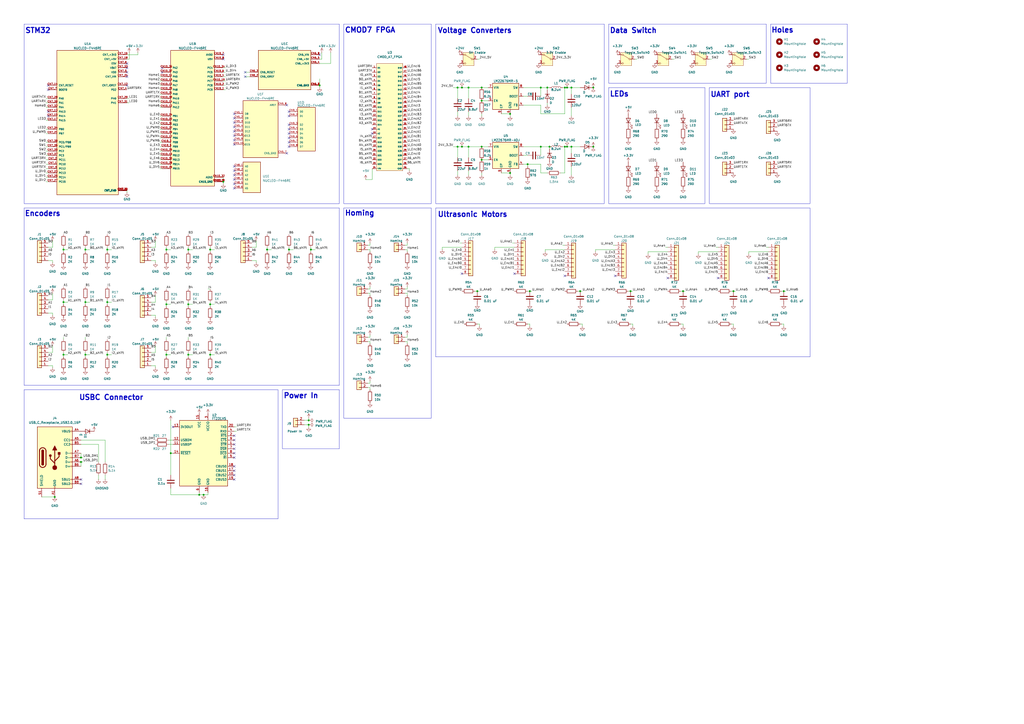
<source format=kicad_sch>
(kicad_sch (version 20231120) (generator "eeschema") (generator_version "8.0")
  (paper "A2")
  (junction (at 313.69 50.8))
  (junction (at 115.57 287.02))
  (junction (at 185.42 49.53))
  (junction (at 179.07 246.38))
  (junction (at 36.83 144.78))
  (junction (at 49.53 175.26))
  (junction (at 49.53 144.78))
  (junction (at 267.97 85.09))
  (junction (at 46.99 265.43))
  (junction (at 99.06 262.89))
  (junction (at 328.93 50.8))
  (junction (at 295.91 66.04))
  (junction (at 96.52 144.78))
  (junction (at 180.34 144.78))
  (junction (at 306.07 95.25))
  (junction (at 36.83 175.26))
  (junction (at 96.52 205.74))
  (junction (at 49.53 205.74))
  (junction (at 129.54 105.41))
  (junction (at 331.47 85.09))
  (junction (at 118.11 287.02))
  (junction (at 279.4 58.42))
  (junction (at 276.86 168.91))
  (junction (at 328.93 85.09))
  (junction (at 425.45 168.91))
  (junction (at 62.23 144.78))
  (junction (at 336.55 168.91))
  (junction (at 344.17 50.8))
  (junction (at 109.22 144.78))
  (junction (at 365.76 168.91))
  (junction (at 454.66 168.91))
  (junction (at 331.47 50.8))
  (junction (at 327.66 85.09))
  (junction (at 179.07 243.84))
  (junction (at 279.4 92.71))
  (junction (at 267.97 50.8))
  (junction (at 313.69 85.09))
  (junction (at 121.92 176.53))
  (junction (at 109.22 205.74))
  (junction (at 31.75 288.29))
  (junction (at 344.17 85.09))
  (junction (at 46.99 267.97))
  (junction (at 295.91 100.33))
  (junction (at 317.5 50.8))
  (junction (at 62.23 205.74))
  (junction (at 396.24 168.91))
  (junction (at 62.23 175.26))
  (junction (at 271.78 50.8))
  (junction (at 318.77 85.09))
  (junction (at 279.4 50.8))
  (junction (at 96.52 176.53))
  (junction (at 36.83 205.74))
  (junction (at 265.43 50.8))
  (junction (at 327.66 50.8))
  (junction (at 109.22 176.53))
  (junction (at 121.92 205.74))
  (junction (at 121.92 144.78))
  (junction (at 279.4 85.09))
  (junction (at 154.94 144.78))
  (junction (at 307.34 168.91))
  (junction (at 265.43 85.09))
  (junction (at 271.78 85.09))
  (junction (at 167.64 144.78))
  (no_connect (at 135.89 255.27))
  (no_connect (at 46.99 278.13))
  (no_connect (at 135.89 66.04))
  (no_connect (at 135.89 273.05))
  (no_connect (at 167.64 85.09))
  (no_connect (at 185.42 31.75))
  (no_connect (at 135.89 109.22))
  (no_connect (at 27.94 52.07))
  (no_connect (at 135.89 260.35))
  (no_connect (at 135.89 104.14))
  (no_connect (at 93.98 41.91))
  (no_connect (at 27.94 67.31))
  (no_connect (at 135.89 96.52))
  (no_connect (at 135.89 265.43))
  (no_connect (at 167.64 72.39))
  (no_connect (at 356.87 160.02))
  (no_connect (at 129.54 31.75))
  (no_connect (at 215.9 77.47))
  (no_connect (at 135.89 68.58))
  (no_connect (at 135.89 78.74))
  (no_connect (at 135.89 262.89))
  (no_connect (at 73.66 39.37))
  (no_connect (at 135.89 257.81))
  (no_connect (at 135.89 275.59))
  (no_connect (at 135.89 71.12))
  (no_connect (at 298.45 158.75))
  (no_connect (at 416.56 161.29))
  (no_connect (at 73.66 44.45))
  (no_connect (at 327.66 160.02))
  (no_connect (at 135.89 76.2))
  (no_connect (at 166.37 88.9))
  (no_connect (at 27.94 64.77))
  (no_connect (at 167.64 67.31))
  (no_connect (at 167.64 74.93))
  (no_connect (at 135.89 73.66))
  (no_connect (at 387.35 161.29))
  (no_connect (at 445.77 161.29))
  (no_connect (at 167.64 82.55))
  (no_connect (at 167.64 77.47))
  (no_connect (at 129.54 34.29))
  (no_connect (at 93.98 39.37))
  (no_connect (at 135.89 106.68))
  (no_connect (at 135.89 270.51))
  (no_connect (at 135.89 81.28))
  (no_connect (at 135.89 101.6))
  (no_connect (at 46.99 280.67))
  (no_connect (at 135.89 83.82))
  (no_connect (at 73.66 49.53))
  (no_connect (at 135.89 278.13))
  (no_connect (at 135.89 99.06))
  (no_connect (at 166.37 60.96))
  (no_connect (at 215.9 74.93))
  (no_connect (at 135.89 252.73))
  (no_connect (at 167.64 80.01))
  (no_connect (at 73.66 41.91))
  (no_connect (at 27.94 49.53))
  (no_connect (at 100.33 247.65))
  (no_connect (at 142.24 44.45))
  (no_connect (at 73.66 36.83))
  (no_connect (at 142.24 41.91))
  (no_connect (at 167.64 64.77))
  (no_connect (at 267.97 158.75))
  (wire (pts (xy 236.22 195.58) (xy 236.22 194.31)))
  (wire (pts (xy 185.42 36.83) (xy 191.77 36.83)))
  (wire (pts (xy 167.64 144.78) (xy 167.64 143.51)))
  (wire (pts (xy 213.36 144.78) (xy 214.63 144.78)))
  (wire (pts (xy 96.52 205.74) (xy 96.52 204.47)))
  (wire (pts (xy 306.07 187.96) (xy 307.34 187.96)))
  (wire (pts (xy 26.67 100.33) (xy 27.94 100.33)))
  (wire (pts (xy 214.63 224.79) (xy 214.63 226.06)))
  (wire (pts (xy 62.23 176.53) (xy 62.23 175.26)))
  (wire (pts (xy 36.83 205.74) (xy 36.83 204.47)))
  (wire (pts (xy 36.83 207.01) (xy 36.83 205.74)))
  (wire (pts (xy 236.22 170.18) (xy 236.22 171.45)))
  (wire (pts (xy 92.71 95.25) (xy 93.98 95.25)))
  (wire (pts (xy 214.63 170.18) (xy 214.63 171.45)))
  (wire (pts (xy 295.91 67.31) (xy 295.91 66.04)))
  (wire (pts (xy 317.5 60.96) (xy 317.5 59.69)))
  (wire (pts (xy 92.71 92.71) (xy 93.98 92.71)))
  (wire (pts (xy 92.71 52.07) (xy 93.98 52.07)))
  (wire (pts (xy 271.78 85.09) (xy 271.78 91.44)))
  (wire (pts (xy 278.13 34.29) (xy 276.86 34.29)))
  (wire (pts (xy 313.69 85.09) (xy 313.69 90.17)))
  (wire (pts (xy 97.79 257.81) (xy 100.33 257.81)))
  (wire (pts (xy 364.49 168.91) (xy 365.76 168.91)))
  (wire (pts (xy 46.99 255.27) (xy 60.96 255.27)))
  (wire (pts (xy 109.22 146.05) (xy 109.22 144.78)))
  (wire (pts (xy 327.66 144.78) (xy 316.23 144.78)))
  (wire (pts (xy 90.17 182.88) (xy 87.63 182.88)))
  (wire (pts (xy 148.59 143.51) (xy 148.59 139.7)))
  (wire (pts (xy 369.57 34.29) (xy 368.3 34.29)))
  (wire (pts (xy 109.22 144.78) (xy 111.76 144.78)))
  (wire (pts (xy 214.63 195.58) (xy 214.63 194.31)))
  (wire (pts (xy 26.67 74.93) (xy 27.94 74.93)))
  (wire (pts (xy 36.83 196.85) (xy 36.83 195.58)))
  (wire (pts (xy 92.71 49.53) (xy 93.98 49.53)))
  (wire (pts (xy 74.93 57.15) (xy 73.66 57.15)))
  (wire (pts (xy 97.79 255.27) (xy 100.33 255.27)))
  (wire (pts (xy 275.59 168.91) (xy 276.86 168.91)))
  (wire (pts (xy 236.22 167.64) (xy 236.22 166.37)))
  (wire (pts (xy 36.83 175.26) (xy 36.83 173.99)))
  (wire (pts (xy 99.06 283.21) (xy 99.06 287.02)))
  (wire (pts (xy 213.36 195.58) (xy 214.63 195.58)))
  (wire (pts (xy 386.08 143.51) (xy 387.35 143.51)))
  (wire (pts (xy 326.39 85.09) (xy 327.66 85.09)))
  (wire (pts (xy 316.23 144.78) (xy 316.23 146.05)))
  (wire (pts (xy 96.52 205.74) (xy 99.06 205.74)))
  (wire (pts (xy 180.34 144.78) (xy 180.34 143.51)))
  (wire (pts (xy 180.34 146.05) (xy 180.34 144.78)))
  (wire (pts (xy 96.52 177.8) (xy 96.52 176.53)))
  (wire (pts (xy 154.94 144.78) (xy 154.94 143.51)))
  (wire (pts (xy 100.33 262.89) (xy 99.06 262.89)))
  (wire (pts (xy 306.07 96.52) (xy 306.07 95.25)))
  (wire (pts (xy 109.22 144.78) (xy 109.22 143.51)))
  (wire (pts (xy 213.36 167.64) (xy 214.63 167.64)))
  (wire (pts (xy 90.17 212.09) (xy 87.63 212.09)))
  (wire (pts (xy 26.67 87.63) (xy 27.94 87.63)))
  (wire (pts (xy 62.23 175.26) (xy 64.77 175.26)))
  (wire (pts (xy 265.43 99.06) (xy 265.43 101.6)))
  (wire (pts (xy 185.42 49.53) (xy 185.42 50.8)))
  (wire (pts (xy 265.43 64.77) (xy 265.43 67.31)))
  (wire (pts (xy 57.15 257.81) (xy 46.99 257.81)))
  (wire (pts (xy 109.22 207.01) (xy 109.22 205.74)))
  (wire (pts (xy 327.66 85.09) (xy 327.66 100.33)))
  (wire (pts (xy 185.42 34.29) (xy 186.69 34.29)))
  (wire (pts (xy 92.71 59.69) (xy 93.98 59.69)))
  (wire (pts (xy 92.71 74.93) (xy 93.98 74.93)))
  (wire (pts (xy 46.99 267.97) (xy 48.26 267.97)))
  (wire (pts (xy 453.39 168.91) (xy 454.66 168.91)))
  (wire (pts (xy 142.24 44.45) (xy 144.78 44.45)))
  (wire (pts (xy 130.81 52.07) (xy 129.54 52.07)))
  (wire (pts (xy 279.4 101.6) (xy 279.4 100.33)))
  (wire (pts (xy 236.22 142.24) (xy 234.95 142.24)))
  (wire (pts (xy 336.55 187.96) (xy 337.82 187.96)))
  (wire (pts (xy 30.48 152.4) (xy 30.48 151.13)))
  (wire (pts (xy 179.07 243.84) (xy 179.07 242.57)))
  (wire (pts (xy 121.92 176.53) (xy 124.46 176.53)))
  (wire (pts (xy 397.51 168.91) (xy 396.24 168.91)))
  (wire (pts (xy 129.54 102.87) (xy 129.54 105.41)))
  (wire (pts (xy 121.92 144.78) (xy 124.46 144.78)))
  (wire (pts (xy 92.71 54.61) (xy 93.98 54.61)))
  (wire (pts (xy 73.66 34.29) (xy 74.93 34.29)))
  (wire (pts (xy 290.83 100.33) (xy 295.91 100.33)))
  (wire (pts (xy 331.47 101.6) (xy 331.47 96.52)))
  (wire (pts (xy 92.71 57.15) (xy 93.98 57.15)))
  (wire (pts (xy 214.63 222.25) (xy 214.63 220.98)))
  (wire (pts (xy 444.5 143.51) (xy 445.77 143.51)))
  (wire (pts (xy 60.96 255.27) (xy 60.96 267.97)))
  (wire (pts (xy 148.59 152.4) (xy 148.59 151.13)))
  (wire (pts (xy 213.36 198.12) (xy 214.63 198.12)))
  (wire (pts (xy 30.48 151.13) (xy 27.94 151.13)))
  (wire (pts (xy 313.69 95.25) (xy 306.07 95.25)))
  (wire (pts (xy 96.52 176.53) (xy 96.52 175.26)))
  (wire (pts (xy 118.11 287.02) (xy 115.57 287.02)))
  (wire (pts (xy 92.71 44.45) (xy 93.98 44.45)))
  (wire (pts (xy 318.77 86.36) (xy 318.77 85.09)))
  (wire (pts (xy 234.95 170.18) (xy 236.22 170.18)))
  (wire (pts (xy 317.5 52.07) (xy 317.5 50.8)))
  (wire (pts (xy 279.4 50.8) (xy 283.21 50.8)))
  (wire (pts (xy 214.63 144.78) (xy 214.63 146.05)))
  (wire (pts (xy 234.95 167.64) (xy 236.22 167.64)))
  (wire (pts (xy 265.43 85.09) (xy 265.43 91.44)))
  (wire (pts (xy 176.53 243.84) (xy 179.07 243.84)))
  (wire (pts (xy 271.78 64.77) (xy 271.78 67.31)))
  (wire (pts (xy 120.65 287.02) (xy 120.65 285.75)))
  (wire (pts (xy 92.71 90.17) (xy 93.98 90.17)))
  (wire (pts (xy 26.67 62.23) (xy 27.94 62.23)))
  (wire (pts (xy 337.82 187.96) (xy 337.82 189.23)))
  (wire (pts (xy 96.52 144.78) (xy 99.06 144.78)))
  (wire (pts (xy 146.05 143.51) (xy 148.59 143.51)))
  (wire (pts (xy 412.75 34.29) (xy 411.48 34.29)))
  (wire (pts (xy 92.71 72.39) (xy 93.98 72.39)))
  (wire (pts (xy 36.83 144.78) (xy 39.37 144.78)))
  (wire (pts (xy 287.02 143.51) (xy 287.02 144.78)))
  (wire (pts (xy 130.81 41.91) (xy 129.54 41.91)))
  (wire (pts (xy 327.66 85.09) (xy 328.93 85.09)))
  (wire (pts (xy 180.34 144.78) (xy 182.88 144.78)))
  (wire (pts (xy 96.52 176.53) (xy 99.06 176.53)))
  (wire (pts (xy 92.71 77.47) (xy 93.98 77.47)))
  (wire (pts (xy 424.18 168.91) (xy 425.45 168.91)))
  (wire (pts (xy 237.49 97.79) (xy 237.49 99.06)))
  (wire (pts (xy 109.22 176.53) (xy 111.76 176.53)))
  (wire (pts (xy 90.17 184.15) (xy 90.17 182.88)))
  (wire (pts (xy 26.67 82.55) (xy 27.94 82.55)))
  (wire (pts (xy 267.97 50.8) (xy 265.43 50.8)))
  (wire (pts (xy 279.4 67.31) (xy 279.4 66.04)))
  (wire (pts (xy 49.53 144.78) (xy 49.53 143.51)))
  (wire (pts (xy 49.53 176.53) (xy 49.53 175.26)))
  (wire (pts (xy 335.28 168.91) (xy 336.55 168.91)))
  (wire (pts (xy 60.96 278.13) (xy 60.96 275.59)))
  (wire (pts (xy 130.81 49.53) (xy 129.54 49.53)))
  (wire (pts (xy 308.61 168.91) (xy 307.34 168.91)))
  (wire (pts (xy 30.48 143.51) (xy 30.48 139.7)))
  (wire (pts (xy 213.36 170.18) (xy 214.63 170.18)))
  (wire (pts (xy 313.69 50.8) (xy 317.5 50.8)))
  (wire (pts (xy 96.52 207.01) (xy 96.52 205.74)))
  (wire (pts (xy 394.97 187.96) (xy 396.24 187.96)))
  (wire (pts (xy 337.82 168.91) (xy 336.55 168.91)))
  (wire (pts (xy 279.4 58.42) (xy 283.21 58.42)))
  (wire (pts (xy 26.67 59.69) (xy 27.94 59.69)))
  (wire (pts (xy 92.71 62.23) (xy 93.98 62.23)))
  (wire (pts (xy 455.93 168.91) (xy 454.66 168.91)))
  (wire (pts (xy 26.67 92.71) (xy 27.94 92.71)))
  (wire (pts (xy 49.53 146.05) (xy 49.53 144.78)))
  (wire (pts (xy 92.71 69.85) (xy 93.98 69.85)))
  (wire (pts (xy 74.93 34.29) (xy 74.93 30.48)))
  (wire (pts (xy 90.17 213.36) (xy 90.17 212.09)))
  (wire (pts (xy 121.92 146.05) (xy 121.92 144.78)))
  (wire (pts (xy 62.23 175.26) (xy 62.23 173.99)))
  (wire (pts (xy 74.93 59.69) (xy 73.66 59.69)))
  (wire (pts (xy 215.9 104.14) (xy 212.09 104.14)))
  (wire (pts (xy 26.67 69.85) (xy 27.94 69.85)))
  (wire (pts (xy 213.36 224.79) (xy 214.63 224.79)))
  (wire (pts (xy 234.95 198.12) (xy 236.22 198.12)))
  (wire (pts (xy 99.06 243.84) (xy 99.06 262.89)))
  (wire (pts (xy 276.86 187.96) (xy 278.13 187.96)))
  (wire (pts (xy 179.07 246.38) (xy 179.07 247.65)))
  (wire (pts (xy 327.66 100.33) (xy 325.12 100.33)))
  (wire (pts (xy 73.66 31.75) (xy 80.01 31.75)))
  (wire (pts (xy 30.48 182.88) (xy 30.48 181.61)))
  (wire (pts (xy 26.67 102.87) (xy 27.94 102.87)))
  (wire (pts (xy 396.24 187.96) (xy 396.24 189.23)))
  (wire (pts (xy 265.43 50.8) (xy 262.89 50.8)))
  (wire (pts (xy 73.66 110.49) (xy 73.66 111.76)))
  (wire (pts (xy 49.53 196.85) (xy 49.53 195.58)))
  (wire (pts (xy 36.83 205.74) (xy 39.37 205.74)))
  (wire (pts (xy 115.57 287.02) (xy 115.57 285.75)))
  (wire (pts (xy 109.22 205.74) (xy 109.22 204.47)))
  (wire (pts (xy 36.83 146.05) (xy 36.83 144.78)))
  (wire (pts (xy 213.36 142.24) (xy 214.63 142.24)))
  (wire (pts (xy 236.22 198.12) (xy 236.22 199.39)))
  (wire (pts (xy 49.53 205.74) (xy 49.53 204.47)))
  (wire (pts (xy 26.67 77.47) (xy 27.94 77.47)))
  (wire (pts (xy 57.15 267.97) (xy 57.15 257.81)))
  (wire (pts (xy 57.15 278.13) (xy 57.15 275.59)))
  (wire (pts (xy 49.53 144.78) (xy 52.07 144.78)))
  (wire (pts (xy 327.66 50.8) (xy 328.93 50.8)))
  (wire (pts (xy 121.92 176.53) (xy 121.92 175.26)))
  (wire (pts (xy 191.77 36.83) (xy 191.77 30.48)))
  (wire (pts (xy 303.53 60.96) (xy 313.69 60.96)))
  (wire (pts (xy 236.22 140.97) (xy 236.22 142.24)))
  (wire (pts (xy 214.63 198.12) (xy 214.63 199.39)))
  (wire (pts (xy 92.71 67.31) (xy 93.98 67.31)))
  (wire (pts (xy 213.36 222.25) (xy 214.63 222.25)))
  (wire (pts (xy 387.35 146.05) (xy 375.92 146.05)))
  (wire (pts (xy 215.9 104.14) (xy 215.9 97.79)))
  (wire (pts (xy 135.89 250.19) (xy 137.16 250.19)))
  (wire (pts (xy 130.81 46.99) (xy 129.54 46.99)))
  (wire (pts (xy 331.47 85.09) (xy 336.55 85.09)))
  (wire (pts (xy 24.13 288.29) (xy 31.75 288.29)))
  (wire (pts (xy 27.94 173.99) (xy 30.48 173.99)))
  (wire (pts (xy 234.95 144.78) (xy 236.22 144.78)))
  (wire (pts (xy 278.13 168.91) (xy 276.86 168.91)))
  (wire (pts (xy 313.69 85.09) (xy 303.53 85.09)))
  (wire (pts (xy 121.92 177.8) (xy 121.92 176.53)))
  (wire (pts (xy 313.69 66.04) (xy 313.69 60.96)))
  (wire (pts (xy 265.43 50.8) (xy 265.43 57.15)))
  (wire (pts (xy 90.17 204.47) (xy 90.17 200.66)))
  (wire (pts (xy 36.83 176.53) (xy 36.83 175.26)))
  (wire (pts (xy 234.95 195.58) (xy 236.22 195.58)))
  (wire (pts (xy 434.34 34.29) (xy 433.07 34.29)))
  (wire (pts (xy 394.97 168.91) (xy 396.24 168.91)))
  (wire (pts (xy 290.83 66.04) (xy 295.91 66.04)))
  (wire (pts (xy 92.71 87.63) (xy 93.98 87.63)))
  (wire (pts (xy 415.29 143.51) (xy 416.56 143.51)))
  (wire (pts (xy 87.63 204.47) (xy 90.17 204.47)))
  (wire (pts (xy 99.06 262.89) (xy 99.06 275.59)))
  (wire (pts (xy 313.69 100.33) (xy 317.5 100.33)))
  (wire (pts (xy 306.07 168.91) (xy 307.34 168.91)))
  (wire (pts (xy 405.13 146.05) (xy 405.13 147.32)))
  (wire (pts (xy 90.17 152.4) (xy 90.17 151.13)))
  (wire (pts (xy 121.92 205.74) (xy 124.46 205.74)))
  (wire (pts (xy 355.6 142.24) (xy 356.87 142.24)))
  (wire (pts (xy 271.78 50.8) (xy 267.97 50.8)))
  (wire (pts (xy 96.52 146.05) (xy 96.52 144.78)))
  (wire (pts (xy 49.53 207.01) (xy 49.53 205.74)))
  (wire (pts (xy 313.69 100.33) (xy 313.69 95.25)))
  (wire (pts (xy 185.42 45.72) (xy 185.42 49.53)))
  (wire (pts (xy 36.83 144.78) (xy 36.83 143.51)))
  (wire (pts (xy 267.97 85.09) (xy 265.43 85.09)))
  (wire (pts (xy 30.48 173.99) (xy 30.48 170.18)))
  (wire (pts (xy 313.69 50.8) (xy 313.69 55.88)))
  (wire (pts (xy 313.69 50.8) (xy 303.53 50.8)))
  (wire (pts (xy 317.5 50.8) (xy 318.77 50.8)))
  (wire (pts (xy 62.23 144.78) (xy 64.77 144.78)))
  (wire (pts (xy 167.64 144.78) (xy 170.18 144.78)))
  (wire (pts (xy 121.92 207.01) (xy 121.92 205.74)))
  (wire (pts (xy 109.22 205.74) (xy 111.76 205.74)))
  (wire (pts (xy 391.16 34.29) (xy 389.89 34.29)))
  (wire (pts (xy 80.01 31.75) (xy 80.01 30.48)))
  (wire (pts (xy 26.67 57.15) (xy 27.94 57.15)))
  (wire (pts (xy 26.67 97.79) (xy 27.94 97.79)))
  (wire (pts (xy 271.78 99.06) (xy 271.78 101.6)))
  (wire (pts (xy 121.92 144.78) (xy 121.92 143.51)))
  (wire (pts (xy 87.63 143.51) (xy 90.17 143.51)))
  (wire (pts (xy 142.24 41.91) (xy 144.78 41.91)))
  (wire (pts (xy 90.17 151.13) (xy 87.63 151.13)))
  (wire (pts (xy 99.06 287.02) (xy 115.57 287.02)))
  (wire (pts (xy 279.4 85.09) (xy 283.21 85.09)))
  (wire (pts (xy 46.99 265.43) (xy 48.26 265.43)))
  (wire (pts (xy 130.81 44.45) (xy 129.54 44.45)))
  (wire (pts (xy 62.23 144.78) (xy 62.23 143.51)))
  (wire (pts (xy 62.23 205.74) (xy 62.23 204.47)))
  (wire (pts (xy 453.39 187.96) (xy 454.66 187.96)))
  (wire (pts (xy 434.34 146.05) (xy 434.34 147.32)))
  (wire (pts (xy 27.94 204.47) (xy 30.48 204.47)))
  (wire (pts (xy 365.76 187.96) (xy 367.03 187.96)))
  (wire (pts (xy 148.59 151.13) (xy 146.05 151.13)))
  (wire (pts (xy 46.99 262.89) (xy 46.99 265.43)))
  (wire (pts (xy 424.18 187.96) (xy 425.45 187.96)))
  (wire (pts (xy 92.71 46.99) (xy 93.98 46.99)))
  (wire (pts (xy 90.17 143.51) (xy 90.17 139.7)))
  (wire (pts (xy 416.56 146.05) (xy 405.13 146.05)))
  (wire (pts (xy 236.22 97.79) (xy 237.49 97.79)))
  (wire (pts (xy 356.87 144.78) (xy 345.44 144.78)))
  (wire (pts (xy 331.47 50.8) (xy 336.55 50.8)))
  (wire (pts (xy 271.78 85.09) (xy 267.97 85.09)))
  (wire (pts (xy 303.53 90.17) (xy 306.07 90.17)))
  (wire (pts (xy 87.63 175.26) (xy 90.17 175.26)))
  (wire (pts (xy 278.13 187.96) (xy 278.13 189.23)))
  (wire (pts (xy 118.11 287.02) (xy 120.65 287.02)))
  (wire (pts (xy 271.78 50.8) (xy 279.4 50.8)))
  (wire (pts (xy 135.89 247.65) (xy 137.16 247.65)))
  (wire (pts (xy 307.34 187.96) (xy 307.34 189.23)))
  (wire (pts (xy 445.77 146.05) (xy 434.34 146.05)))
  (wire (pts (xy 298.45 143.51) (xy 287.02 143.51)))
  (wire (pts (xy 109.22 177.8) (xy 109.22 176.53)))
  (wire (pts (xy 49.53 175.26) (xy 52.07 175.26)))
  (wire (pts (xy 27.94 143.51) (xy 30.48 143.51)))
  (wire (pts (xy 186.69 34.29) (xy 186.69 30.48)))
  (wire (pts (xy 331.47 50.8) (xy 331.47 54.61)))
  (wire (pts (xy 367.03 168.91) (xy 365.76 168.91)))
  (wire (pts (xy 26.67 105.41) (xy 27.94 105.41)))
  (wire (pts (xy 279.4 92.71) (xy 283.21 92.71)))
  (wire (pts (xy 313.69 66.04) (xy 327.66 66.04)))
  (wire (pts (xy 303.53 55.88) (xy 306.07 55.88)))
  (wire (pts (xy 26.67 90.17) (xy 27.94 90.17)))
  (wire (pts (xy 214.63 167.64) (xy 214.63 166.37)))
  (wire (pts (xy 375.92 146.05) (xy 375.92 147.32)))
  (wire (pts (xy 176.53 246.38) (xy 179.07 246.38)))
  (wire (pts (xy 46.99 267.97) (xy 46.99 270.51)))
  (wire (pts (xy 265.43 85.09) (xy 262.89 85.09)))
  (wire (pts (xy 90.17 175.26) (xy 90.17 171.45)))
  (wire (pts (xy 30.48 212.09) (xy 27.94 212.09)))
  (wire (pts (xy 109.22 196.85) (xy 109.22 195.58)))
  (wire (pts (xy 267.97 143.51) (xy 256.54 143.51)))
  (wire (pts (xy 331.47 67.31) (xy 331.47 62.23)))
  (wire (pts (xy 425.45 187.96) (xy 425.45 189.23)))
  (wire (pts (xy 129.54 105.41) (xy 129.54 106.68)))
  (wire (pts (xy 154.94 144.78) (xy 157.48 144.78)))
  (wire (pts (xy 92.71 85.09) (xy 93.98 85.09)))
  (wire (pts (xy 49.53 205.74) (xy 52.07 205.74)))
  (wire (pts (xy 454.66 187.96) (xy 454.66 189.23)))
  (wire (pts (xy 36.83 175.26) (xy 39.37 175.26)))
  (wire (pts (xy 92.71 97.79) (xy 93.98 97.79)))
  (wire (pts (xy 236.22 144.78) (xy 236.22 146.05)))
  (wire (pts (xy 271.78 50.8) (xy 271.78 57.15)))
  (wire (pts (xy 326.39 142.24) (xy 327.66 142.24)))
  (wire (pts (xy 92.71 82.55) (xy 93.98 82.55)))
  (wire (pts (xy 331.47 85.09) (xy 331.47 88.9)))
  (wire (pts (xy 49.53 175.26) (xy 49.53 173.99)))
  (wire (pts (xy 328.93 50.8) (xy 331.47 50.8)))
  (wire (pts (xy 256.54 143.51) (xy 256.54 144.78)))
  (wire (pts (xy 26.67 85.09) (xy 27.94 85.09)))
  (wire (pts (xy 130.81 39.37) (xy 129.54 39.37)))
  (wire (pts (xy 62.23 207.01) (xy 62.23 205.74)))
  (wire (pts (xy 167.64 146.05) (xy 167.64 144.78)))
  (wire (pts (xy 109.22 176.53) (xy 109.22 175.26)))
  (wire (pts (xy 271.78 85.09) (xy 279.4 85.09)))
  (wire (pts (xy 92.71 80.01) (xy 93.98 80.01)))
  (wire (pts (xy 121.92 167.64) (xy 120.65 167.64)))
  (wire (pts (xy 327.66 50.8) (xy 327.66 66.04)))
  (wire (pts (xy 62.23 146.05) (xy 62.23 144.78)))
  (wire (pts (xy 297.18 140.97) (xy 298.45 140.97)))
  (wire (pts (xy 326.39 50.8) (xy 327.66 50.8)))
  (wire (pts (xy 266.7 140.97) (xy 267.97 140.97)))
  (wire (pts (xy 121.92 205.74) (xy 121.92 204.47)))
  (wire (pts (xy 214.63 142.24) (xy 214.63 140.97)))
  (wire (pts (xy 367.03 187.96) (xy 367.03 189.23)))
  (wire (pts (xy 30.48 204.47) (xy 30.48 200.66)))
  (wire (pts (xy 303.53 95.25) (xy 306.07 95.25)))
  (wire (pts (xy 345.44 144.78) (xy 345.44 146.05)))
  (wire (pts (xy 30.48 213.36) (xy 30.48 212.09)))
  (wire (pts (xy 295.91 101.6) (xy 295.91 100.33)))
  (wire (pts (xy 313.69 85.09) (xy 318.77 85.09)))
  (wire (pts (xy 426.72 168.91) (xy 425.45 168.91)))
  (wire (pts (xy 26.67 95.25) (xy 27.94 95.25)))
  (wire (pts (xy 96.52 196.85) (xy 96.52 195.58)))
  (wire (pts (xy 30.48 181.61) (xy 27.94 181.61)))
  (wire (pts (xy 154.94 146.05) (xy 154.94 144.78)))
  (wire (pts (xy 62.23 205.74) (xy 64.77 205.74)))
  (wire (pts (xy 96.52 144.78) (xy 96.52 143.51)))
  (wire (pts (xy 328.93 85.09) (xy 331.47 85.09)))
  (rectangle (start 447.04 13.97) (end 491.49 48.26))
  (rectangle (start 13.97 13.97) (end 196.85 118.11))
  (rectangle (start 199.39 13.97) (end 250.19 118.11))
  (rectangle (start 199.39 120.65) (end 250.19 242.57))
  (rectangle (start 353.06 50.8) (end 408.94 118.11))
  (rectangle (start 252.73 13.97) (end 350.52 118.11))
  (rectangle (start 13.97 226.06) (end 161.29 300.99))
  (rectangle (start 252.73 120.65) (end 469.9 207.01))
  (rectangle (start 163.83 226.06) (end 196.85 260.35))
  (rectangle (start 353.06 13.97) (end 444.5 48.26))
  (rectangle (start 411.48 50.8) (end 469.9 118.11))
  (rectangle (start 13.97 120.65) (end 196.85 223.52))
  (text "Holes" (at 447.294 19.304 0) (effects (font (size 3 3) (thickness 0.6) (bold yes)) (justify left bottom)))
  (text "STM32" (at 14.478 19.558 0) (effects (font (size 3 3) (thickness 0.6) (bold yes)) (justify left bottom)))
  (text "LEDs\n" (at 353.568 56.388 0) (effects (font (size 3 3) (thickness 0.6) (bold yes)) (justify left bottom)))
  (text "Data Switch\n\n" (at 353.568 24.384 0) (effects (font (size 3 3) (thickness 0.6) (bold yes)) (justify left bottom)))
  (text "Ultrasonic Motors\n" (at 253.746 126.238 0) (effects (font (size 3 3) (thickness 0.6) (bold yes)) (justify left bottom)))
  (text "Homing\n" (at 199.898 125.476 0) (effects (font (size 3 3) (thickness 0.6) (bold yes)) (justify left bottom)))
  (text "USBC Connector" (at 45.72 232.41 0) (effects (font (size 3 3) (thickness 0.6) (bold yes)) (justify left bottom)))
  (text "CMOD7 FPGA" (at 199.898 19.304 0) (effects (font (size 3 3) (thickness 0.6) (bold yes)) (justify left bottom)))
  (text "Power In\n\n" (at 164.338 236.22 0) (effects (font (size 3 3) (thickness 0.6) (bold yes)) (justify left bottom)))
  (text "UART port" (at 411.988 56.642 0) (effects (font (size 3 3) (thickness 0.6) (bold yes)) (justify left bottom)))
  (text "Encoders\n\n" (at 14.224 130.556 0) (effects (font (size 3 3) (thickness 0.6) (bold yes)) (justify left bottom)))
  (text "Voltage Converters\n\n" (at 253.746 24.384 0) (effects (font (size 3 3) (thickness 0.6) (bold yes)) (justify left bottom)))
  (label "I1_shift" (at 64.77 175.26 0))
  (label "A0" (at 27.94 146.05 0))
  (label "SW0" (at 369.57 34.29 0))
  (label "B2_shift" (at 52.07 205.74 0))
  (label "B0" (at 27.94 140.97 0))
  (label "U_EncI0" (at 236.22 90.17 0))
  (label "U_En6" (at 92.71 92.71 180))
  (label "U_EncA6" (at 445.77 153.67 180))
  (label "A3_shift" (at 99.06 144.78 0))
  (label "U_EncA5" (at 236.22 52.07 0))
  (label "A2_shift" (at 39.37 205.74 0))
  (label "B6" (at 167.64 135.89 0))
  (label "U_Ana4" (at 397.51 168.91 0))
  (label "U_En2" (at 327.66 147.32 180))
  (label "SW2" (at 412.75 34.29 0))
  (label "24V_5V" (at 278.13 34.29 0))
  (label "24V_5V" (at 262.89 50.8 180))
  (label "U_Ana6" (at 444.5 143.51 180))
  (label "SW3" (at 434.34 34.29 0))
  (label "UART5RX" (at 73.66 52.07 0))
  (label "U_PWM6" (at 445.77 168.91 180))
  (label "UART6TX" (at 450.85 73.66 0))
  (label "USB_DM1" (at 48.26 265.43 0))
  (label "Home4" (at 92.71 52.07 180))
  (label "B1_shift" (at 52.07 175.26 0))
  (label "UART4RX" (at 425.45 69.85 0))
  (label "U_EncI2" (at 327.66 157.48 180))
  (label "U_Ana5" (at 415.29 143.51 180))
  (label "USB_DM1" (at 90.17 255.27 180))
  (label "U_EncB2" (at 327.66 154.94 180))
  (label "U_EncB2" (at 236.22 72.39 0))
  (label "U_EncI3" (at 356.87 157.48 180))
  (label "UART1TX" (at 92.71 54.61 180))
  (label "U_En5" (at 416.56 187.96 180))
  (label "U_Ana6" (at 455.93 168.91 0))
  (label "A0" (at 36.83 135.89 0))
  (label "UART4TX" (at 425.45 72.39 0))
  (label "U_EncA1" (at 236.22 77.47 0))
  (label "U_PWM6" (at 92.71 82.55 180))
  (label "U_En0" (at 269.24 187.96 180))
  (label "I5_shift" (at 124.46 205.74 0))
  (label "LED1" (at 381 93.98 180))
  (label "A6_shift" (at 157.48 144.78 0))
  (label "UART3RX" (at 215.9 39.37 180))
  (label "U_EncI1" (at 298.45 156.21 180))
  (label "B5_shift" (at 215.9 90.17 180))
  (label "U_Dir3" (at 356.87 149.86 180))
  (label "Home3" (at 236.22 170.18 0))
  (label "I4_shift" (at 124.46 176.53 0))
  (label "LED2" (at 26.67 74.93 180))
  (label "B4" (at 87.63 172.72 0))
  (label "Home6" (at 92.71 62.23 180))
  (label "UART4RX" (at 26.67 59.69 180))
  (label "U_EncI5" (at 416.56 158.75 180))
  (label "B0_shift" (at 215.9 46.99 180))
  (label "U_EncA4" (at 236.22 59.69 0))
  (label "I2" (at 62.23 196.85 0))
  (label "U_Dir4" (at 130.81 41.91 0))
  (label "B4_shift" (at 111.76 176.53 0))
  (label "U_EncB0" (at 267.97 153.67 180))
  (label "UART3TX" (at 26.67 95.25 180))
  (label "B1" (at 49.53 166.37 0))
  (label "U_Dir6" (at 445.77 151.13 180))
  (label "Home6" (at 214.63 224.79 0))
  (label "Home1" (at 236.22 144.78 0))
  (label "UART4TX" (at 26.67 57.15 180))
  (label "I0" (at 62.23 135.89 0))
  (label "A4_shift" (at 215.9 85.09 180))
  (label "I3" (at 121.92 135.89 0))
  (label "U_EncB4" (at 387.35 156.21 180))
  (label "LED3" (at 396.24 93.98 180))
  (label "B5" (at 87.63 201.93 0))
  (label "U_En1" (at 92.71 69.85 180))
  (label "I3" (at 87.63 148.59 0))
  (label "A3" (at 96.52 135.89 0))
  (label "B3_shift" (at 111.76 144.78 0))
  (label "B1_shift" (at 215.9 54.61 180))
  (label "A2" (at 27.94 207.01 0))
  (label "U_PWM5" (at 26.67 77.47 180))
  (label "U_EncB6" (at 236.22 41.91 0))
  (label "U_EncB3" (at 236.22 67.31 0))
  (label "A2" (at 36.83 195.58 0))
  (label "B4" (at 109.22 167.64 0))
  (label "U_EncI1" (at 236.22 82.55 0))
  (label "U_EncB1" (at 298.45 153.67 180))
  (label "Home3" (at 92.71 49.53 180))
  (label "B4_shift" (at 215.9 82.55 180))
  (label "U_En2" (at 92.71 72.39 180))
  (label "Home0" (at 214.63 144.78 0))
  (label "I4_shift" (at 215.9 80.01 180))
  (label "24V_3.3V" (at 322.58 34.29 0))
  (label "U_En6" (at 445.77 187.96 180))
  (label "B3_shift" (at 215.9 69.85 180))
  (label "U_En5" (at 92.71 90.17 180))
  (label "UART1RX" (at 137.16 247.65 0))
  (label "I3_shift" (at 124.46 144.78 0))
  (label "USB_DP1" (at 48.26 267.97 0))
  (label "B2_shift" (at 215.9 62.23 180))
  (label "A5_shift" (at 99.06 205.74 0))
  (label "SW2" (at 26.67 87.63 180))
  (label "I2_shift" (at 64.77 205.74 0))
  (label "U_Dir0" (at 267.97 148.59 180))
  (label "A4" (at 96.52 167.64 0))
  (label "UART1RX" (at 425.45 95.25 0))
  (label "B0" (at 49.53 135.89 0))
  (label "U_En4" (at 387.35 148.59 180))
  (label "U_EncA4" (at 387.35 153.67 180))
  (label "A4" (at 87.63 177.8 0))
  (label "U_Dir3" (at 130.81 39.37 0))
  (label "UART6RX" (at 450.85 71.12 0))
  (label "U_EncB1" (at 236.22 80.01 0))
  (label "A3_shift" (at 215.9 72.39 180))
  (label "U_EncA0" (at 267.97 151.13 180))
  (label "UART1RX" (at 92.71 57.15 180))
  (label "UART5RX" (at 450.85 95.25 0))
  (label "Home4" (at 214.63 198.12 0))
  (label "U_EncI0" (at 267.97 156.21 180))
  (label "U_Ana0" (at 266.7 140.97 180))
  (label "Home5" (at 236.22 198.12 0))
  (label "I2_shift" (at 215.9 59.69 180))
  (label "U_En4" (at 92.71 87.63 180))
  (label "U_PWM5" (at 416.56 168.91 180))
  (label "U_EncI6" (at 445.77 158.75 180))
  (label "B1" (at 27.94 171.45 0))
  (label "USB_DP1" (at 90.17 257.81 180))
  (label "U_Ana1" (at 297.18 140.97 180))
  (label "U_EncB4" (at 236.22 57.15 0))
  (label "LED2" (at 396.24 66.04 180))
  (label "I6" (at 146.05 148.59 0))
  (label "I6_shift" (at 182.88 144.78 0))
  (label "U_EncB6" (at 445.77 156.21 180))
  (label "A2_shift" (at 215.9 64.77 180))
  (label "U_PWM3" (at 356.87 168.91 180))
  (label "U_Ana3" (at 355.6 142.24 180))
  (label "I5_shift" (at 215.9 87.63 180))
  (label "U_EncI4" (at 387.35 158.75 180))
  (label "U_EncI4" (at 236.22 54.61 0))
  (label "U_En3" (at 358.14 187.96 180))
  (label "U_Ana0" (at 278.13 168.91 0))
  (label "U_Ana5" (at 426.72 168.91 0))
  (label "U_En3" (at 356.87 147.32 180))
  (label "U_EncI2" (at 236.22 74.93 0))
  (label "U_En4" (at 387.35 187.96 180))
  (label "I1_shift" (at 215.9 52.07 180))
  (label "U_En6" (at 445.77 148.59 180))
  (label "I1" (at 62.23 166.37 0))
  (label "UART6TX" (at 130.81 44.45 0))
  (label "U_EncA3" (at 236.22 64.77 0))
  (label "UART1TX" (at 425.45 97.79 0))
  (label "U_Dir0" (at 26.67 100.33 180))
  (label "I5" (at 121.92 196.85 0))
  (label "U_Ana2" (at 337.82 168.91 0))
  (label "B6" (at 146.05 140.97 0))
  (label "A5" (at 87.63 207.01 0))
  (label "U_EncA1" (at 298.45 151.13 180))
  (label "U_En1" (at 298.45 187.96 180))
  (label "UART5TX" (at 26.67 97.79 180))
  (label "A6" (at 154.94 135.89 0))
  (label "U_PWM4" (at 387.35 168.91 180))
  (label "U_PWM0" (at 92.71 74.93 180))
  (label "B0_shift" (at 52.07 144.78 0))
  (label "A0_shift" (at 215.9 49.53 180))
  (label "U_EncB5" (at 236.22 49.53 0))
  (label "LED1" (at 74.93 57.15 0))
  (label "U_Ana2" (at 326.39 142.24 180))
  (label "A1_shift" (at 39.37 175.26 0))
  (label "U_EncA5" (at 416.56 153.67 180))
  (label "U_PWM1" (at 298.45 168.91 180))
  (label "I0" (at 27.94 148.59 0))
  (label "Home5" (at 92.71 59.69 180))
  (label "I0_shift" (at 215.9 44.45 180))
  (label "U_EncA6" (at 236.22 44.45 0))
  (label "LED0" (at 381 66.04 180))
  (label "A6_shift" (at 236.22 92.71 0))
  (label "U_Ana1" (at 308.61 168.91 0))
  (label "I1" (at 27.94 179.07 0))
  (label "U_En5" (at 416.56 148.59 180))
  (label "B3" (at 109.22 135.89 0))
  (label "B2" (at 27.94 201.93 0))
  (label "U_En3" (at 92.71 85.09 180))
  (label "U_Dir5" (at 416.56 151.13 180))
  (label "LED0" (at 74.93 59.69 0))
  (label "A5_shift" (at 215.9 92.71 180))
  (label "U_Ana4" (at 386.08 143.51 180))
  (label "Home2" (at 214.63 170.18 0))
  (label "U_EncA2" (at 236.22 69.85 0))
  (label "U_En0" (at 92.71 67.31 180))
  (label "B6_shift" (at 170.18 144.78 0))
  (label "U_PWM1" (at 92.71 77.47 180))
  (label "U_PWM3" (at 130.81 52.07 0))
  (label "A3" (at 87.63 146.05 0))
  (label "A1" (at 36.83 166.37 0))
  (label "U_PWM2" (at 130.81 49.53 0))
  (label "I4" (at 87.63 180.34 0))
  (label "U_EncB5" (at 416.56 156.21 180))
  (label "U_EncA3" (at 356.87 152.4 180))
  (label "U_En2" (at 328.93 187.96 180))
  (label "U_EncB0" (at 236.22 87.63 0))
  (label "U_En0" (at 267.97 146.05 180))
  (label "U_Dir2" (at 327.66 149.86 180))
  (label "U_EncB3" (at 356.87 154.94 180))
  (label "LED3" (at 26.67 69.85 180))
  (label "SW0" (at 26.67 82.55 180))
  (label "A0_shift" (at 39.37 144.78 0))
  (label "UART5TX" (at 450.85 97.79 0))
  (label "Home0" (at 26.67 62.23 180))
  (label "U_Dir1" (at 298.45 148.59 180))
  (label "I4" (at 120.65 167.64 0))
  (label "A1" (at 27.94 176.53 0))
  (label "U_EncA2" (at 327.66 152.4 180))
  (label "U_PWM0" (at 267.97 168.91 180))
  (label "U_EncI3" (at 236.22 62.23 0))
  (label "U_Dir1" (at 26.67 102.87 180))
  (label "I6_shift" (at 215.9 95.25 180))
  (label "UART6RX" (at 130.81 46.99 0))
  (label "U_PWM2" (at 327.66 168.91 180))
  (label "SW1" (at 26.67 85.09 180))
  (label "A1_shift" (at 215.9 57.15 180))
  (label "B6_shift" (at 236.22 95.25 0))
  (label "U_EncI6" (at 236.22 39.37 0))
  (label "U_PWM4" (at 92.71 80.01 180))
  (label "U_Dir5" (at 92.71 97.79 180))
  (label "U_Dir4" (at 387.35 151.13 180))
  (label "I5" (at 87.63 209.55 0))
  (label "UART3TX" (at 215.9 41.91 180))
  (label "B5" (at 109.22 195.58 0))
  (label "U_Dir2" (at 26.67 105.41 180))
  (label "A4_shift" (at 99.06 176.53 0))
  (label "A5" (at 96.52 195.58 0))
  (label "SW1" (at 391.16 34.29 0))
  (label "A6" (at 146.05 146.05 0))
  (label "U_En1" (at 298.45 146.05 180))
  (label "24V_3.3V" (at 262.89 85.09 180))
  (label "UART3RX" (at 26.67 92.71 180))
  (label "B2" (at 49.53 195.58 0))
  (label "I3_shift" (at 215.9 67.31 180))
  (label "B3" (at 87.63 140.97 0))
  (label "Home2" (at 92.71 46.99 180))
  (label "U_EncA0" (at 236.22 85.09 0))
  (label "UART1TX" (at 137.16 250.19 0))
  (label "I6" (at 180.34 135.89 0))
  (label "I2" (at 27.94 209.55 0))
  (label "U_EncI5" (at 236.22 46.99 0))
  (label "U_Dir6" (at 92.71 95.25 180))
  (label "B5_shift" (at 111.76 205.74 0))
  (label "U_Ana3" (at 367.03 168.91 0))
  (label "SW3" (at 26.67 90.17 180))
  (label "I0_shift" (at 64.77 144.78 0))
  (label "Home1" (at 92.71 44.45 180))
  (symbol (lib_id "power:GND") (at 295.91 67.31 0) (mirror y) (unit 1)
    (property "Reference" "#PWR081" (effects (hide yes)))
    (property "Value" "GND" (at 295.91 72.39 0))
    (property "Description" "Power symbol creates a global label with name \"GND\" , ground" (effects (hide yes)))
  )
  (symbol (lib_id "Connector_Generic:Conn_01x05") (at 22.86 207.01 180) (unit 1)
    (property "Reference" "J3" (at 22.86 196.85 0))
    (property "Value" "Conn_01x05" (at 22.86 199.39 0))
    (property "Footprint" "Connector_JST:JST_EH_B5B-EH-A_1x05_P2.50mm_Vertical" (effects (hide yes)))
    (property "Description" "Generic connector, single row, 01x05, script generated (kicad-library-utils/schlib/autogen/connector/)" (effects (hide yes)))
  )
  (symbol (lib_id "Mechanical:MountingHole") (at 452.12 31.75 0) (unit 1)
    (property "Reference" "H2" (at 454.66 30.48 0) (effects (justify left)))
    (property "Value" "MountingHole" (at 454.66 33.02 0) (effects (justify left)))
    (property "Footprint" "MountingHole:MountingHole_3.2mm_M3" (effects (hide yes)))
    (property "Description" "Mounting Hole without connection" (effects (hide yes)))
  )
  (symbol (lib_id "Switch:SW_SPDT") (at 406.4 34.29 0) (mirror y) (unit 1)
    (property "Reference" "SW5" (at 411.48 27.94 0))
    (property "Value" "Toggle_Switch2" (at 412.75 30.48 0))
    (property "Footprint" "Button_Switch_THT:SW_Slide_SPDT_Straight_CK_OS102011MS2Q" (effects (hide yes)))
    (property "Description" "Switch, single pole double throw" (effects (hide yes)))
  )
  (symbol (lib_id "power:GND") (at 336.55 176.53 0) (mirror y) (unit 1)
    (property "Reference" "#PWR093" (effects (hide yes)))
    (property "Value" "GND" (at 336.55 180.594 0))
    (property "Description" "Power symbol creates a global label with name \"GND\" , ground" (effects (hide yes)))
  )
  (symbol (lib_id "power:+3.3V") (at 401.32 31.75 0) (unit 1)
    (property "Reference" "#PWR0115" (effects (hide yes)))
    (property "Value" "+3.3V" (at 401.32 26.67 0))
    (property "Description" "Power symbol creates a global label with name \"+3.3V\"" (effects (hide yes)))
  )
  (symbol (lib_id "Device:C") (at 331.47 92.71 0) (unit 1)
    (property "Reference" "C11" (at 332.74 90.17 0) (effects (justify left)))
    (property "Value" "120uF" (at 331.47 95.25 0) (effects (justify left)))
    (property "Footprint" "Capacitor_THT:CP_Radial_D6.3mm_P2.50mm" (effects (hide yes)))
    (property "Description" "Unpolarized capacitor" (effects (hide yes)))
  )
  (symbol (lib_id "Interface_USB:FT231XS") (at 118.11 262.89 0) (unit 1)
    (property "Reference" "U2" (at 122.936 240.792 0) (effects (justify left)))
    (property "Value" "FT231XS" (at 122.936 242.824 0) (effects (justify left)))
    (property "Footprint" "Package_SO:SSOP-20_3.9x8.7mm_P0.635mm" (effects (hide yes)))
    (property "Datasheet" "https://www.ftdichip.com/Support/Documents/DataSheets/ICs/DS_FT231X.pdf" (effects (hide yes)))
    (property "Description" "Full Speed USB to Full Handshake UART, SSOP-20" (effects (hide yes)))
  )
  (symbol (lib_id "power:GND") (at 318.77 93.98 0) (mirror y) (unit 1)
    (property "Reference" "#PWR090" (effects (hide yes)))
    (property "Value" "GND" (at 318.77 97.79 0))
    (property "Description" "Power symbol creates a global label with name \"GND\" , ground" (effects (hide yes)))
  )
  (symbol (lib_id "power:GND") (at 167.64 153.67 0) (unit 1)
    (property "Reference" "#PWR046" (effects (hide yes)))
    (property "Value" "GND" (at 167.64 158.75 0))
    (property "Description" "Power symbol creates a global label with name \"GND\" , ground" (effects (hide yes)))
  )
  (symbol (lib_id "Device:R") (at 109.22 210.82 0) (unit 1)
    (property "Reference" "R34" (at 111.76 210.185 0) (effects (justify left)))
    (property "Value" "2K" (at 111.76 212.725 0) (effects (justify left)))
    (property "Footprint" "Capacitor_SMD:C_0805_2012Metric_Pad1.18x1.45mm_HandSolder" (effects (hide yes)))
    (property "Description" "Resistor" (effects (hide yes)))
  )
  (symbol (lib_id "power:PWR_FLAG") (at 179.07 243.84 270) (unit 1)
    (property "Reference" "#FLG01" (effects (hide yes)))
    (property "Value" "PWR_FLAG" (at 183.0198 244.475 90) (effects (justify left)))
    (property "Description" "Special symbol for telling ERC where power comes from" (effects (hide yes)))
  )
  (symbol (lib_id "Connector_Generic:Conn_01x05") (at 82.55 146.05 180) (unit 1)
    (property "Reference" "J5" (at 82.55 135.89 0))
    (property "Value" "Conn_01x05" (at 82.55 138.43 0))
    (property "Footprint" "Connector_JST:JST_EH_B5B-EH-A_1x05_P2.50mm_Vertical" (effects (hide yes)))
    (property "Description" "Generic connector, single row, 01x05, script generated (kicad-library-utils/schlib/autogen/connector/)" (effects (hide yes)))
  )
  (symbol (lib_id "Connector_Generic:Conn_01x02") (at 229.87 167.64 0) (mirror y) (unit 1)
    (property "Reference" "J15" (at 229.87 162.56 0))
    (property "Value" "Homing" (at 229.87 165.1 0))
    (property "Footprint" "Connector_JST:JST_EH_B2B-EH-A_1x02_P2.50mm_Vertical" (effects (hide yes)))
    (property "Description" "Generic connector, single row, 01x02, script generated (kicad-library-utils/schlib/autogen/connector/)" (effects (hide yes)))
  )
  (symbol (lib_id "Device:R") (at 167.64 139.7 0) (unit 1)
    (property "Reference" "R43" (at 170.18 139.065 0) (effects (justify left)))
    (property "Value" "1K" (at 170.18 141.605 0) (effects (justify left)))
    (property "Footprint" "Capacitor_SMD:C_0805_2012Metric_Pad1.18x1.45mm_HandSolder" (effects (hide yes)))
    (property "Description" "Resistor" (effects (hide yes)))
  )
  (symbol (lib_id "Device:LED") (at 381 97.79 90) (unit 1)
    (property "Reference" "D9" (at 384.81 98.1075 90) (effects (justify right)))
    (property "Value" "LED" (at 384.81 100.6475 90) (effects (justify right)))
    (property "Footprint" "LED_SMD:LED_0805_2012Metric_Pad1.15x1.40mm_HandSolder" (effects (hide yes)))
    (property "Description" "Light emitting diode" (effects (hide yes)))
  )
  (symbol (lib_id "Device:R") (at 306.07 100.33 0) (unit 1)
    (property "Reference" "R62" (at 307.34 99.06 0) (effects (justify left)))
    (property "Value" "976" (at 307.34 101.6 0) (effects (justify left)))
    (property "Footprint" "Resistor_SMD:R_0805_2012Metric" (effects (hide yes)))
    (property "Description" "Resistor" (effects (hide yes)))
  )
  (symbol (lib_id "Device:L") (at 322.58 85.09 90) (unit 1)
    (property "Reference" "L2" (at 322.58 83.82 90))
    (property "Value" "8.2uH" (at 322.58 86.36 90))
    (property "Footprint" "Inductor_SMD:L_7.3x7.3_H3.5" (effects (hide yes)))
    (property "Description" "Inductor" (effects (hide yes)))
  )
  (symbol (lib_id "Connector_Generic:Conn_01x02") (at 208.28 222.25 0) (mirror y) (unit 1)
    (property "Reference" "J13" (at 208.28 217.17 0))
    (property "Value" "Homing" (at 208.28 219.71 0))
    (property "Footprint" "Connector_JST:JST_EH_B2B-EH-A_1x02_P2.50mm_Vertical" (effects (hide yes)))
    (property "Description" "Generic connector, single row, 01x02, script generated (kicad-library-utils/schlib/autogen/connector/)" (effects (hide yes)))
  )
  (symbol (lib_id "Device:R") (at 62.23 139.7 0) (unit 1)
    (property "Reference" "R15" (at 64.77 139.065 0) (effects (justify left)))
    (property "Value" "1K" (at 64.77 141.605 0) (effects (justify left)))
    (property "Footprint" "Capacitor_SMD:C_0805_2012Metric_Pad1.18x1.45mm_HandSolder" (effects (hide yes)))
    (property "Description" "Resistor" (effects (hide yes)))
  )
  (symbol (lib_id "Device:LED") (at 396.24 69.85 90) (unit 1)
    (property "Reference" "D10" (at 400.05 70.1675 90) (effects (justify right)))
    (property "Value" "LED" (at 400.05 72.7075 90) (effects (justify right)))
    (property "Footprint" "LED_SMD:LED_0805_2012Metric_Pad1.15x1.40mm_HandSolder" (effects (hide yes)))
    (property "Description" "Light emitting diode" (effects (hide yes)))
  )
  (symbol (lib_id "power:GND") (at 271.78 67.31 0) (mirror y) (unit 1)
    (property "Reference" "#PWR074" (effects (hide yes)))
    (property "Value" "GND" (at 271.78 72.39 0))
    (property "Description" "Power symbol creates a global label with name \"GND\" , ground" (effects (hide yes)))
  )
  (symbol (lib_id "Device:LED") (at 364.49 97.79 90) (unit 1)
    (property "Reference" "D7" (at 368.3 98.1075 90) (effects (justify right)))
    (property "Value" "LED" (at 368.3 100.6475 90) (effects (justify right)))
    (property "Footprint" "LED_SMD:LED_0805_2012Metric_Pad1.15x1.40mm_HandSolder" (effects (hide yes)))
    (property "Description" "Light emitting diode" (effects (hide yes)))
  )
  (symbol (lib_id "Connector_Generic:Conn_01x02") (at 208.28 142.24 0) (mirror y) (unit 1)
    (property "Reference" "J10" (at 208.28 137.16 0))
    (property "Value" "Homing" (at 208.28 139.7 0))
    (property "Footprint" "Connector_JST:JST_EH_B2B-EH-A_1x02_P2.50mm_Vertical" (effects (hide yes)))
    (property "Description" "Generic connector, single row, 01x02, script generated (kicad-library-utils/schlib/autogen/connector/)" (effects (hide yes)))
  )
  (symbol (lib_id "Device:R") (at 36.83 200.66 0) (unit 1)
    (property "Reference" "R5" (at 39.37 200.025 0) (effects (justify left)))
    (property "Value" "1K" (at 39.37 202.565 0) (effects (justify left)))
    (property "Footprint" "Capacitor_SMD:C_0805_2012Metric_Pad1.18x1.45mm_HandSolder" (effects (hide yes)))
    (property "Description" "Resistor" (effects (hide yes)))
  )
  (symbol (lib_id "power:PWR_FLAG") (at 344.17 50.8 180) (unit 1)
    (property "Reference" "#FLG07" (effects (hide yes)))
    (property "Value" "PWR_FLAG" (at 344.17 55.88 0))
    (property "Description" "Special symbol for telling ERC where power comes from" (effects (hide yes)))
  )
  (symbol (lib_id "power:GND") (at 364.49 81.28 0) (unit 1)
    (property "Reference" "#PWR0101" (effects (hide yes)))
    (property "Value" "GND" (at 364.49 86.36 0))
    (property "Description" "Power symbol creates a global label with name \"GND\" , ground" (effects (hide yes)))
  )
  (symbol (lib_id "Device:R") (at 420.37 168.91 90) (unit 1)
    (property "Reference" "R76" (at 420.37 163.83 90))
    (property "Value" "4K" (at 420.37 166.37 90))
    (property "Footprint" "Capacitor_SMD:C_0805_2012Metric_Pad1.18x1.45mm_HandSolder" (effects (hide yes)))
    (property "Description" "Resistor" (effects (hide yes)))
  )
  (symbol (lib_id "power:GND") (at 425.45 100.33 0) (unit 1)
    (property "Reference" "#PWR0121" (effects (hide yes)))
    (property "Value" "GND" (at 425.45 105.41 0))
    (property "Description" "Power symbol creates a global label with name \"GND\" , ground" (effects (hide yes)))
  )
  (symbol (lib_id "Device:LED") (at 396.24 97.79 90) (unit 1)
    (property "Reference" "D11" (at 400.05 98.1075 90) (effects (justify right)))
    (property "Value" "LED" (at 400.05 100.6475 90) (effects (justify right)))
    (property "Footprint" "LED_SMD:LED_0805_2012Metric_Pad1.15x1.40mm_HandSolder" (effects (hide yes)))
    (property "Description" "Light emitting diode" (effects (hide yes)))
  )
  (symbol (lib_id "power:GND") (at 422.91 36.83 0) (mirror y) (unit 1)
    (property "Reference" "#PWR0119" (effects (hide yes)))
    (property "Value" "GND" (at 422.91 41.91 0))
    (property "Description" "Power symbol creates a global label with name \"GND\" , ground" (effects (hide yes)))
  )
  (symbol (lib_id "Device:C") (at 331.47 58.42 0) (unit 1)
    (property "Reference" "C10" (at 332.74 55.88 0) (effects (justify left)))
    (property "Value" "120uF" (at 331.47 60.96 0) (effects (justify left)))
    (property "Footprint" "Capacitor_THT:CP_Radial_D6.3mm_P2.50mm" (effects (hide yes)))
    (property "Description" "Unpolarized capacitor" (effects (hide yes)))
  )
  (symbol (lib_id "Device:R") (at 361.95 187.96 90) (unit 1)
    (property "Reference" "R67" (at 361.95 182.88 90))
    (property "Value" "4K" (at 361.95 185.42 90))
    (property "Footprint" "Capacitor_SMD:C_0805_2012Metric_Pad1.18x1.45mm_HandSolder" (effects (hide yes)))
    (property "Description" "Resistor" (effects (hide yes)))
  )
  (symbol (lib_id "power:GND") (at 60.96 278.13 0) (unit 1)
    (property "Reference" "#PWR016" (effects (hide yes)))
    (property "Value" "GND" (at 60.96 283.21 0))
    (property "Description" "Power symbol creates a global label with name \"GND\" , ground" (effects (hide yes)))
  )
  (symbol (lib_id "Device:R") (at 121.92 139.7 0) (unit 1)
    (property "Reference" "R35" (at 124.46 139.065 0) (effects (justify left)))
    (property "Value" "1K" (at 124.46 141.605 0) (effects (justify left)))
    (property "Footprint" "Capacitor_SMD:C_0805_2012Metric_Pad1.18x1.45mm_HandSolder" (effects (hide yes)))
    (property "Description" "Resistor" (effects (hide yes)))
  )
  (symbol (lib_id "Connector_Generic:Conn_01x02") (at 208.28 195.58 0) (mirror y) (unit 1)
    (property "Reference" "J12" (at 208.28 190.5 0))
    (property "Value" "Homing" (at 208.28 193.04 0))
    (property "Footprint" "Connector_JST:JST_EH_B2B-EH-A_1x02_P2.50mm_Vertical" (effects (hide yes)))
    (property "Description" "Generic connector, single row, 01x02, script generated (kicad-library-utils/schlib/autogen/connector/)" (effects (hide yes)))
  )
  (symbol (lib_id "Device:R") (at 93.98 257.81 90) (unit 1)
    (property "Reference" "R22" (at 92.71 260.35 90) (effects (justify left)))
    (property "Value" "27" (at 96.52 260.35 90) (effects (justify left)))
    (property "Footprint" "Resistor_SMD:R_0603_1608Metric_Pad0.98x0.95mm_HandSolder" (effects (hide yes)))
    (property "Description" "Resistor" (effects (hide yes)))
  )
  (symbol (lib_id "power:GND") (at 279.4 67.31 0) (mirror y) (unit 1)
    (property "Reference" "#PWR078" (effects (hide yes)))
    (property "Value" "GND" (at 279.4 72.39 0))
    (property "Description" "Power symbol creates a global label with name \"GND\" , ground" (effects (hide yes)))
  )
  (symbol (lib_id "power:+5V") (at 30.48 200.66 0) (unit 1)
    (property "Reference" "#PWR05" (effects (hide yes)))
    (property "Value" "+5V" (at 30.48 196.85 0))
    (property "Description" "Power symbol creates a global label with name \"+5V\"" (effects (hide yes)))
  )
  (symbol (lib_id "power:GND") (at 62.23 153.67 0) (unit 1)
    (property "Reference" "#PWR017" (effects (hide yes)))
    (property "Value" "GND" (at 62.23 158.75 0))
    (property "Description" "Power symbol creates a global label with name \"GND\" , ground" (effects (hide yes)))
  )
  (symbol (lib_id "Device:R") (at 109.22 200.66 0) (unit 1)
    (property "Reference" "R33" (at 111.76 200.025 0) (effects (justify left)))
    (property "Value" "1K" (at 111.76 202.565 0) (effects (justify left)))
    (property "Footprint" "Capacitor_SMD:C_0805_2012Metric_Pad1.18x1.45mm_HandSolder" (effects (hide yes)))
    (property "Description" "Resistor" (effects (hide yes)))
  )
  (symbol (lib_id "Connector_Generic:Conn_01x05") (at 82.55 207.01 180) (unit 1)
    (property "Reference" "J7" (at 82.55 196.85 0))
    (property "Value" "Conn_01x05" (at 82.55 199.39 0))
    (property "Footprint" "Connector_JST:JST_EH_B5B-EH-A_1x05_P2.50mm_Vertical" (effects (hide yes)))
    (property "Description" "Generic connector, single row, 01x05, script generated (kicad-library-utils/schlib/autogen/connector/)" (effects (hide yes)))
  )
  (symbol (lib_id "Device:R") (at 49.53 180.34 0) (unit 1)
    (property "Reference" "R10" (at 52.07 179.705 0) (effects (justify left)))
    (property "Value" "2K" (at 52.07 182.245 0) (effects (justify left)))
    (property "Footprint" "Capacitor_SMD:C_0805_2012Metric_Pad1.18x1.45mm_HandSolder" (effects (hide yes)))
    (property "Description" "Resistor" (effects (hide yes)))
  )
  (symbol (lib_id "Device:R") (at 167.64 149.86 0) (unit 1)
    (property "Reference" "R44" (at 170.18 149.225 0) (effects (justify left)))
    (property "Value" "2K" (at 170.18 151.765 0) (effects (justify left)))
    (property "Footprint" "Capacitor_SMD:C_0805_2012Metric_Pad1.18x1.45mm_HandSolder" (effects (hide yes)))
    (property "Description" "Resistor" (effects (hide yes)))
  )
  (symbol (lib_id "power:GND") (at 396.24 176.53 0) (mirror y) (unit 1)
    (property "Reference" "#PWR0113" (effects (hide yes)))
    (property "Value" "GND" (at 396.24 181.61 0))
    (property "Description" "Power symbol creates a global label with name \"GND\" , ground" (effects (hide yes)))
  )
  (symbol (lib_id "power:GND") (at 265.43 67.31 0) (mirror y) (unit 1)
    (property "Reference" "#PWR070" (effects (hide yes)))
    (property "Value" "GND" (at 265.43 72.39 0))
    (property "Description" "Power symbol creates a global label with name \"GND\" , ground" (effects (hide yes)))
  )
  (symbol (lib_id "Device:C") (at 425.45 172.72 0) (unit 1)
    (property "Reference" "C15" (at 429.26 172.085 0) (effects (justify left)))
    (property "Value" "0.01 uF" (at 429.26 174.625 0) (effects (justify left)))
    (property "Footprint" "Capacitor_SMD:C_0805_2012Metric_Pad1.18x1.45mm_HandSolder" (effects (hide yes)))
    (property "Description" "Unpolarized capacitor" (effects (hide yes)))
  )
  (symbol (lib_id "Device:R") (at 396.24 105.41 0) (unit 1)
    (property "Reference" "R75" (at 398.78 104.14 0) (effects (justify left)))
    (property "Value" "290" (at 398.78 106.68 0) (effects (justify left)))
    (property "Footprint" "Capacitor_SMD:C_0805_2012Metric_Pad1.18x1.45mm_HandSolder" (effects (hide yes)))
    (property "Description" "Resistor" (effects (hide yes)))
  )
  (symbol (lib_id "power:GND") (at 214.63 153.67 0) (unit 1)
    (property "Reference" "#PWR055" (effects (hide yes)))
    (property "Value" "GND" (at 214.63 158.75 0))
    (property "Description" "Power symbol creates a global label with name \"GND\" , ground" (effects (hide yes)))
  )
  (symbol (lib_id "Device:R") (at 214.63 149.86 0) (unit 1)
    (property "Reference" "R47" (at 217.17 149.225 0) (effects (justify left)))
    (property "Value" "10k" (at 217.17 151.765 0) (effects (justify left)))
    (property "Footprint" "Capacitor_SMD:C_0805_2012Metric_Pad1.18x1.45mm_HandSolder" (effects (hide yes)))
    (property "Description" "Resistor" (effects (hide yes)))
  )
  (symbol (lib_id "Device:R") (at 321.31 100.33 270) (unit 1)
    (property "Reference" "R63" (at 321.31 102.87 90))
    (property "Value" "1.54k" (at 321.31 105.41 90))
    (property "Footprint" "Resistor_SMD:R_0805_2012Metric" (effects (hide yes)))
    (property "Description" "Resistor" (effects (hide yes)))
  )
  (symbol (lib_id "power:GND") (at 265.43 101.6 0) (mirror y) (unit 1)
    (property "Reference" "#PWR071" (effects (hide yes)))
    (property "Value" "GND" (at 265.43 106.68 0))
    (property "Description" "Power symbol creates a global label with name \"GND\" , ground" (effects (hide yes)))
  )
  (symbol (lib_id "power:GND") (at 49.53 184.15 0) (unit 1)
    (property "Reference" "#PWR012" (effects (hide yes)))
    (property "Value" "GND" (at 49.53 189.23 0))
    (property "Description" "Power symbol creates a global label with name \"GND\" , ground" (effects (hide yes)))
  )
  (symbol (lib_id "Device:C") (at 265.43 60.96 0) (unit 1)
    (property "Reference" "C2" (at 265.43 58.42 0) (effects (justify left)))
    (property "Value" "22uF" (at 265.43 63.5 0) (effects (justify left)))
    (property "Footprint" "Capacitor_THT:CP_Radial_D5.0mm_P2.00mm" (effects (hide yes)))
    (property "Description" "Unpolarized capacitor" (effects (hide yes)))
  )
  (symbol (lib_id "power:GND") (at 118.11 287.02 0) (unit 1)
    (property "Reference" "#PWR037" (effects (hide yes)))
    (property "Value" "GND" (at 118.11 292.1 0))
    (property "Description" "Power symbol creates a global label with name \"GND\" , ground" (effects (hide yes)))
  )
  (symbol (lib_id "Device:C") (at 99.06 279.4 0) (unit 1)
    (property "Reference" "C1" (at 91.44 278.13 0) (effects (justify left)))
    (property "Value" "0.1u" (at 91.44 280.4414 0) (effects (justify left)))
    (property "Footprint" "Capacitor_SMD:C_0603_1608Metric_Pad1.08x0.95mm_HandSolder" (effects (hide yes)))
    (property "Description" "Unpolarized capacitor" (effects (hide yes)))
  )
  (symbol (lib_id "Device:R") (at 121.92 149.86 0) (unit 1)
    (property "Reference" "R36" (at 124.46 149.225 0) (effects (justify left)))
    (property "Value" "2K" (at 124.46 151.765 0) (effects (justify left)))
    (property "Footprint" "Capacitor_SMD:C_0805_2012Metric_Pad1.18x1.45mm_HandSolder" (effects (hide yes)))
    (property "Description" "Resistor" (effects (hide yes)))
  )
  (symbol (lib_id "power:+3.3V") (at 422.91 31.75 0) (unit 1)
    (property "Reference" "#PWR0118" (effects (hide yes)))
    (property "Value" "+3.3V" (at 422.91 26.67 0))
    (property "Description" "Power symbol creates a global label with name \"+3.3V\"" (effects (hide yes)))
  )
  (symbol (lib_id "Device:C") (at 454.66 172.72 0) (unit 1)
    (property "Reference" "C16" (at 458.47 172.085 0) (effects (justify left)))
    (property "Value" "0.01 uF" (at 458.47 174.625 0) (effects (justify left)))
    (property "Footprint" "Capacitor_SMD:C_0805_2012Metric_Pad1.18x1.45mm_HandSolder" (effects (hide yes)))
    (property "Description" "Unpolarized capacitor" (effects (hide yes)))
  )
  (symbol (lib_id "power:GND") (at 121.92 214.63 0) (unit 1)
    (property "Reference" "#PWR041" (effects (hide yes)))
    (property "Value" "GND" (at 121.92 219.71 0))
    (property "Description" "Power symbol creates a global label with name \"GND\" , ground" (effects (hide yes)))
  )
  (symbol (lib_id "power:GND") (at 307.34 176.53 0) (mirror y) (unit 1)
    (property "Reference" "#PWR084" (effects (hide yes)))
    (property "Value" "GND" (at 307.34 180.086 0))
    (property "Description" "Power symbol creates a global label with name \"GND\" , ground" (effects (hide yes)))
  )
  (symbol (lib_id "power:GND") (at 256.54 144.78 0) (mirror y) (unit 1)
    (property "Reference" "#PWR069" (effects (hide yes)))
    (property "Value" "GND" (at 256.54 149.86 0))
    (property "Description" "Power symbol creates a global label with name \"GND\" , ground" (effects (hide yes)))
  )
  (symbol (lib_id "power:+3.3V") (at 80.01 30.48 0) (unit 1)
    (property "Reference" "#PWR022" (effects (hide yes)))
    (property "Value" "+3.3V" (at 80.01 26.67 0))
    (property "Description" "Power symbol creates a global label with name \"+3.3V\"" (effects (hide yes)))
  )
  (symbol (lib_id "Device:R") (at 49.53 149.86 0) (unit 1)
    (property "Reference" "R8" (at 52.07 149.225 0) (effects (justify left)))
    (property "Value" "2K" (at 52.07 151.765 0) (effects (justify left)))
    (property "Footprint" "Capacitor_SMD:C_0805_2012Metric_Pad1.18x1.45mm_HandSolder" (effects (hide yes)))
    (property "Description" "Resistor" (effects (hide yes)))
  )
  (symbol (lib_id "Connector_Generic:Conn_01x05") (at 22.86 176.53 180) (unit 1)
    (property "Reference" "J2" (at 22.86 166.37 0))
    (property "Value" "Conn_01x05" (at 22.86 168.91 0))
    (property "Footprint" "Connector_JST:JST_EH_B5B-EH-A_1x05_P2.50mm_Vertical" (effects (hide yes)))
    (property "Description" "Generic connector, single row, 01x05, script generated (kicad-library-utils/schlib/autogen/connector/)" (effects (hide yes)))
  )
  (symbol (lib_id "Switch:SW_SPDT") (at 427.99 34.29 0) (mirror y) (unit 1)
    (property "Reference" "SW6" (at 433.07 27.94 0))
    (property "Value" "Toggle_Switch3" (at 434.34 30.48 0))
    (property "Footprint" "Button_Switch_THT:SW_Slide_SPDT_Straight_CK_OS102011MS2Q" (effects (hide yes)))
    (property "Description" "Switch, single pole double throw" (effects (hide yes)))
  )
  (symbol (lib_id "Device:R") (at 121.92 181.61 0) (unit 1)
    (property "Reference" "R38" (at 124.46 180.975 0) (effects (justify left)))
    (property "Value" "2K" (at 124.46 183.515 0) (effects (justify left)))
    (property "Footprint" "Capacitor_SMD:C_0805_2012Metric_Pad1.18x1.45mm_HandSolder" (effects (hide yes)))
    (property "Description" "Resistor" (effects (hide yes)))
  )
  (symbol (lib_id "NUCLEO-F446RE:NUCLEO-F446RE") (at 146.05 101.6 0) (unit 5)
    (property "Reference" "U1" (at 152.4 102.235 0) (effects (justify left)))
    (property "Value" "NUCLEO-F446RE" (at 152.4 104.775 0) (effects (justify left)))
    (property "Footprint" "STM32:MODULE_NUCLEO-F446RE" (effects (hide yes)))
    (property "Description" "\nSTM32F446RE, mbed-Enabled Development Nucleo-64 STM32F4 ARM® Cortex®-M4 MCU 32-Bit Embedded Evaluation Board\n" (effects (hide yes)))
    (property "MF" "STMicroelectronics" (effects (hide yes)))
    (property "Package" "None" (effects (hide yes)))
    (property "Price" "None" (effects (hide yes)))
    (property "Check_prices" "https://www.snapeda.com/parts/NUCLEO-F446RE/STMicroelectronics/view-part/?ref=eda" (effects (hide yes)))
    (property "STANDARD" "Manufacturer Recommendations" (effects (hide yes)))
    (property "PARTREV" "13" (effects (hide yes)))
    (property "SnapEDA_Link" "https://www.snapeda.com/parts/NUCLEO-F446RE/STMicroelectronics/view-part/?ref=snap" (effects (hide yes)))
    (property "MP" "NUCLEO-F446RE" (effects (hide yes)))
    (property "Purchase-URL" "https://www.snapeda.com/api/url_track_click_mouser/?unipart_id=284290&manufacturer=STMicroelectronics&part_name=NUCLEO-F446RE&search_term=None" (effects (hide yes)))
    (property "Availability" "In Stock" (effects (hide yes)))
    (property "MANUFACTURER" "STMicroelectronics" (effects (hide yes)))
    (property "Description_1" "\nSTM32F446RE, mbed-Enabled Development Nucleo-64 STM32F4 ARM® Cortex®-M4 MCU 32-Bit Embedded Evaluation Board\n" (effects (hide yes)))
  )
  (symbol (lib_id "Connector_Generic:Conn_01x08") (at 450.85 151.13 0) (unit 1)
    (property "Reference" "J27" (at 450.85 140.97 0))
    (property "Value" "Conn_01x08" (at 450.85 138.43 0))
    (property "Footprint" "Connector_JST:JST_EH_B8B-EH-A_1x08_P2.50mm_Vertical" (effects (hide yes)))
    (property "Description" "Generic connector, single row, 01x08, script generated (kicad-library-utils/schlib/autogen/connector/)" (effects (hide yes)))
  )
  (symbol (lib_id "Connector_Generic:Conn_01x08") (at 303.53 148.59 0) (unit 1)
    (property "Reference" "J18" (at 303.53 138.43 0))
    (property "Value" "Conn_01x08" (at 303.53 135.89 0))
    (property "Footprint" "Connector_JST:JST_EH_B8B-EH-A_1x08_P2.50mm_Vertical" (effects (hide yes)))
    (property "Description" "Generic connector, single row, 01x08, script generated (kicad-library-utils/schlib/autogen/connector/)" (effects (hide yes)))
  )
  (symbol (lib_id "Device:R") (at 420.37 187.96 90) (unit 1)
    (property "Reference" "R77" (at 420.37 182.88 90))
    (property "Value" "4K" (at 420.37 185.42 90))
    (property "Footprint" "Capacitor_SMD:C_0805_2012Metric_Pad1.18x1.45mm_HandSolder" (effects (hide yes)))
    (property "Description" "Resistor" (effects (hide yes)))
  )
  (symbol (lib_id "Device:R") (at 57.15 271.78 0) (unit 1)
    (property "Reference" "R13" (at 52.07 270.51 0) (effects (justify left)))
    (property "Value" "5.1k" (at 52.07 272.8214 0) (effects (justify left)))
    (property "Footprint" "Resistor_SMD:R_0603_1608Metric_Pad0.98x0.95mm_HandSolder" (effects (hide yes)))
    (property "Description" "Resistor" (effects (hide yes)))
  )
  (symbol (lib_id "power:GND") (at 185.42 50.8 0) (unit 1)
    (property "Reference" "#PWR050" (effects (hide yes)))
    (property "Value" "GND" (at 185.42 54.61 0))
    (property "Description" "Power symbol creates a global label with name \"GND\" , ground" (effects (hide yes)))
  )
  (symbol (lib_id "Device:R") (at 109.22 181.61 0) (unit 1)
    (property "Reference" "R32" (at 111.76 180.975 0) (effects (justify left)))
    (property "Value" "2K" (at 111.76 183.515 0) (effects (justify left)))
    (property "Footprint" "Capacitor_SMD:C_0805_2012Metric_Pad1.18x1.45mm_HandSolder" (effects (hide yes)))
    (property "Description" "Resistor" (effects (hide yes)))
  )
  (symbol (lib_id "Device:D") (at 50.8 250.19 180) (unit 1)
    (property "Reference" "D1" (at 49.53 251.46 90) (effects (justify left)))
    (property "Value" "D" (at 46.99 251.46 90) (effects (justify left)))
    (property "Footprint" "Diode_SMD:D_SMA_Handsoldering" (effects (hide yes)))
    (property "Description" "Diode" (effects (hide yes)))
    (property "Sim.Device" "D" (effects (hide yes)))
    (property "Sim.Pins" "1=K 2=A" (effects (hide yes)))
  )
  (symbol (lib_id "power:GND") (at 154.94 153.67 0) (unit 1)
    (property "Reference" "#PWR045" (effects (hide yes)))
    (property "Value" "GND" (at 154.94 158.75 0))
    (property "Description" "Power symbol creates a global label with name \"GND\" , ground" (effects (hide yes)))
  )
  (symbol (lib_id "power:GND") (at 434.34 147.32 0) (mirror y) (unit 1)
    (property "Reference" "#PWR0124" (effects (hide yes)))
    (property "Value" "GND" (at 434.34 152.4 0))
    (property "Description" "Power symbol creates a global label with name \"GND\" , ground" (effects (hide yes)))
  )
  (symbol (lib_id "power:+5V") (at 115.57 240.03 0) (unit 1)
    (property "Reference" "#PWR036" (effects (hide yes)))
    (property "Value" "+5V" (at 115.57 236.22 0))
    (property "Description" "Power symbol creates a global label with name \"+5V\"" (effects (hide yes)))
  )
  (symbol (lib_id "power:PWR_FLAG") (at 344.17 85.09 180) (unit 1)
    (property "Reference" "#FLG08" (effects (hide yes)))
    (property "Value" "PWR_FLAG" (at 344.17 90.17 0))
    (property "Description" "Special symbol for telling ERC where power comes from" (effects (hide yes)))
  )
  (symbol (lib_id "power:GND") (at 30.48 213.36 0) (unit 1)
    (property "Reference" "#PWR06" (effects (hide yes)))
    (property "Value" "GND" (at 30.48 218.44 0))
    (property "Description" "Power symbol creates a global label with name \"GND\" , ground" (effects (hide yes)))
  )
  (symbol (lib_id "power:GND") (at 405.13 147.32 0) (mirror y) (unit 1)
    (property "Reference" "#PWR0117" (effects (hide yes)))
    (property "Value" "GND" (at 405.13 152.4 0))
    (property "Description" "Power symbol creates a global label with name \"GND\" , ground" (effects (hide yes)))
  )
  (symbol (lib_id "Device:R") (at 214.63 175.26 0) (unit 1)
    (property "Reference" "R48" (at 217.17 174.625 0) (effects (justify left)))
    (property "Value" "10k" (at 217.17 177.165 0) (effects (justify left)))
    (property "Footprint" "Capacitor_SMD:C_0805_2012Metric_Pad1.18x1.45mm_HandSolder" (effects (hide yes)))
    (property "Description" "Resistor" (effects (hide yes)))
  )
  (symbol (lib_id "power:GND") (at 425.45 74.93 0) (unit 1)
    (property "Reference" "#PWR0120" (effects (hide yes)))
    (property "Value" "GND" (at 425.45 80.01 0))
    (property "Description" "Power symbol creates a global label with name \"GND\" , ground" (effects (hide yes)))
  )
  (symbol (lib_id "Device:R") (at 364.49 105.41 0) (unit 1)
    (property "Reference" "R69" (at 367.03 104.14 0) (effects (justify left)))
    (property "Value" "290" (at 367.03 106.68 0) (effects (justify left)))
    (property "Footprint" "Capacitor_SMD:C_0805_2012Metric_Pad1.18x1.45mm_HandSolder" (effects (hide yes)))
    (property "Description" "Resistor" (effects (hide yes)))
  )
  (symbol (lib_id "Device:R") (at 279.4 96.52 0) (unit 1)
    (property "Reference" "R59" (at 280.67 95.25 0) (effects (justify left)))
    (property "Value" "1k" (at 280.67 97.79 0) (effects (justify left)))
    (property "Footprint" "Resistor_SMD:R_0805_2012Metric" (effects (hide yes)))
    (property "Description" "Resistor" (effects (hide yes)))
  )
  (symbol (lib_id "Device:R") (at 62.23 200.66 0) (unit 1)
    (property "Reference" "R19" (at 64.77 200.025 0) (effects (justify left)))
    (property "Value" "1K" (at 64.77 202.565 0) (effects (justify left)))
    (property "Footprint" "Capacitor_SMD:C_0805_2012Metric_Pad1.18x1.45mm_HandSolder" (effects (hide yes)))
    (property "Description" "Resistor" (effects (hide yes)))
  )
  (symbol (lib_id "Device:R") (at 96.52 149.86 0) (unit 1)
    (property "Reference" "R24" (at 99.06 149.225 0) (effects (justify left)))
    (property "Value" "2K" (at 99.06 151.765 0) (effects (justify left)))
    (property "Footprint" "Capacitor_SMD:C_0805_2012Metric_Pad1.18x1.45mm_HandSolder" (effects (hide yes)))
    (property "Description" "Resistor" (effects (hide yes)))
  )
  (symbol (lib_id "Device:L") (at 322.58 50.8 90) (unit 1)
    (property "Reference" "L1" (at 322.58 48.26 90))
    (property "Value" "8.2uH" (at 322.58 52.07 90))
    (property "Footprint" "Inductor_SMD:L_7.3x7.3_H3.5" (effects (hide yes)))
    (property "Description" "Inductor" (effects (hide yes)))
  )
  (symbol (lib_id "Device:C") (at 396.24 172.72 0) (unit 1)
    (property "Reference" "C14" (at 400.05 172.085 0) (effects (justify left)))
    (property "Value" "0.01 uF" (at 400.05 174.625 0) (effects (justify left)))
    (property "Footprint" "Capacitor_SMD:C_0805_2012Metric_Pad1.18x1.45mm_HandSolder" (effects (hide yes)))
    (property "Description" "Unpolarized capacitor" (effects (hide yes)))
  )
  (symbol (lib_id "Device:R") (at 302.26 168.91 90) (unit 1)
    (property "Reference" "R60" (at 302.26 163.83 90))
    (property "Value" "4K" (at 302.26 166.37 90))
    (property "Footprint" "Capacitor_SMD:C_0805_2012Metric_Pad1.18x1.45mm_HandSolder" (effects (hide yes)))
    (property "Description" "Resistor" (effects (hide yes)))
  )
  (symbol (lib_id "power:+3.3V") (at 236.22 166.37 0) (unit 1)
    (property "Reference" "#PWR064" (effects (hide yes)))
    (property "Value" "+3.3V" (at 236.22 161.29 0))
    (property "Description" "Power symbol creates a global label with name \"+3.3V\"" (effects (hide yes)))
  )
  (symbol (lib_id "Device:D") (at 340.36 50.8 180) (unit 1)
    (property "Reference" "D4" (at 342.138 48.006 0) (effects (justify left)))
    (property "Value" "D" (at 339.598 53.594 0) (effects (justify left)))
    (property "Footprint" "Diode_SMD:D_SMA_Handsoldering" (effects (hide yes)))
    (property "Description" "Diode" (effects (hide yes)))
    (property "Sim.Device" "D" (effects (hide yes)))
    (property "Sim.Pins" "1=K 2=A" (effects (hide yes)))
  )
  (symbol (lib_id "Connector_Generic:Conn_01x02") (at 171.45 246.38 180) (unit 1)
    (property "Reference" "J9" (at 168.91 245.745 0) (effects (justify left)))
    (property "Value" "Power In" (at 175.26 250.19 0) (effects (justify left)))
    (property "Footprint" "Connector_AMASS:AMASS_XT60-M_1x02_P7.20mm_Vertical" (effects (hide yes)))
    (property "Description" "Generic connector, single row, 01x02, script generated (kicad-library-utils/schlib/autogen/connector/)" (effects (hide yes)))
  )
  (symbol (lib_id "power:GND") (at 179.07 247.65 0) (unit 1)
    (property "Reference" "#PWR048" (effects (hide yes)))
    (property "Value" "GND" (at 179.07 252.73 0))
    (property "Description" "Power symbol creates a global label with name \"GND\" , ground" (effects (hide yes)))
  )
  (symbol (lib_id "Device:R") (at 49.53 139.7 0) (unit 1)
    (property "Reference" "R7" (at 52.07 139.065 0) (effects (justify left)))
    (property "Value" "1K" (at 52.07 141.605 0) (effects (justify left)))
    (property "Footprint" "Capacitor_SMD:C_0805_2012Metric_Pad1.18x1.45mm_HandSolder" (effects (hide yes)))
    (property "Description" "Resistor" (effects (hide yes)))
  )
  (symbol (lib_id "power:GND") (at 365.76 176.53 0) (mirror y) (unit 1)
    (property "Reference" "#PWR0104" (effects (hide yes)))
    (property "Value" "GND" (at 365.76 180.34 0))
    (property "Description" "Power symbol creates a global label with name \"GND\" , ground" (effects (hide yes)))
  )
  (symbol (lib_id "power:GND") (at 180.34 153.67 0) (unit 1)
    (property "Reference" "#PWR049" (effects (hide yes)))
    (property "Value" "GND" (at 180.34 158.75 0))
    (property "Description" "Power symbol creates a global label with name \"GND\" , ground" (effects (hide yes)))
  )
  (symbol (lib_id "Device:R") (at 154.94 149.86 0) (unit 1)
    (property "Reference" "R42" (at 157.48 149.225 0) (effects (justify left)))
    (property "Value" "2K" (at 157.48 151.765 0) (effects (justify left)))
    (property "Footprint" "Capacitor_SMD:C_0805_2012Metric_Pad1.18x1.45mm_HandSolder" (effects (hide yes)))
    (property "Description" "Resistor" (effects (hide yes)))
  )
  (symbol (lib_id "Device:R") (at 381 77.47 0) (unit 1)
    (property "Reference" "R70" (at 383.54 76.2 0) (effects (justify left)))
    (property "Value" "290" (at 383.54 78.74 0) (effects (justify left)))
    (property "Footprint" "Capacitor_SMD:C_0805_2012Metric_Pad1.18x1.45mm_HandSolder" (effects (hide yes)))
    (property "Description" "Resistor" (effects (hide yes)))
  )
  (symbol (lib_id "power:+5V") (at 148.59 139.7 0) (unit 1)
    (property "Reference" "#PWR043" (effects (hide yes)))
    (property "Value" "+5V" (at 148.59 135.89 0))
    (property "Description" "Power symbol creates a global label with name \"+5V\"" (effects (hide yes)))
  )
  (symbol (lib_id "power:+5V") (at 74.93 30.48 0) (unit 1)
    (property "Reference" "#PWR021" (effects (hide yes)))
    (property "Value" "+5V" (at 74.93 26.67 0))
    (property "Description" "Power symbol creates a global label with name \"+5V\"" (effects (hide yes)))
  )
  (symbol (lib_id "Device:R") (at 180.34 139.7 0) (unit 1)
    (property "Reference" "R45" (at 182.88 139.065 0) (effects (justify left)))
    (property "Value" "1K" (at 182.88 141.605 0) (effects (justify left)))
    (property "Footprint" "Capacitor_SMD:C_0805_2012Metric_Pad1.18x1.45mm_HandSolder" (effects (hide yes)))
    (property "Description" "Resistor" (effects (hide yes)))
  )
  (symbol (lib_id "power:GND") (at 90.17 184.15 0) (unit 1)
    (property "Reference" "#PWR026" (effects (hide yes)))
    (property "Value" "GND" (at 90.17 189.23 0))
    (property "Description" "Power symbol creates a global label with name \"GND\" , ground" (effects (hide yes)))
  )
  (symbol (lib_id "Mechanical:MountingHole") (at 473.71 39.37 0) (unit 1)
    (property "Reference" "H6" (at 476.25 38.1 0) (effects (justify left)))
    (property "Value" "MountingHole" (at 476.25 40.64 0) (effects (justify left)))
    (property "Footprint" "MountingHole:MountingHole_3.2mm_M3" (effects (hide yes)))
    (property "Description" "Mounting Hole without connection" (effects (hide yes)))
  )
  (symbol (lib_id "power:+5V") (at 90.17 171.45 0) (unit 1)
    (property "Reference" "#PWR025" (effects (hide yes)))
    (property "Value" "+5V" (at 90.17 167.64 0))
    (property "Description" "Power symbol creates a global label with name \"+5V\"" (effects (hide yes)))
  )
  (symbol (lib_id "Device:R") (at 60.96 271.78 0) (unit 1)
    (property "Reference" "R14" (at 62.738 270.6116 0) (effects (justify left)))
    (property "Value" "5.1k" (at 62.738 272.923 0) (effects (justify left)))
    (property "Footprint" "Resistor_SMD:R_0603_1608Metric_Pad0.98x0.95mm_HandSolder" (effects (hide yes)))
    (property "Description" "Resistor" (effects (hide yes)))
  )
  (symbol (lib_id "Device:R") (at 121.92 210.82 0) (unit 1)
    (property "Reference" "R40" (at 124.46 210.185 0) (effects (justify left)))
    (property "Value" "2K" (at 124.46 212.725 0) (effects (justify left)))
    (property "Footprint" "Capacitor_SMD:C_0805_2012Metric_Pad1.18x1.45mm_HandSolder" (effects (hide yes)))
    (property "Description" "Resistor" (effects (hide yes)))
  )
  (symbol (lib_id "Device:R") (at 96.52 181.61 0) (unit 1)
    (property "Reference" "R26" (at 99.06 180.975 0) (effects (justify left)))
    (property "Value" "2K" (at 99.06 183.515 0) (effects (justify left)))
    (property "Footprint" "Capacitor_SMD:C_0805_2012Metric_Pad1.18x1.45mm_HandSolder" (effects (hide yes)))
    (property "Description" "Resistor" (effects (hide yes)))
  )
  (symbol (lib_id "Device:R") (at 364.49 77.47 0) (unit 1)
    (property "Reference" "R68" (at 367.03 76.2 0) (effects (justify left)))
    (property "Value" "290" (at 367.03 78.74 0) (effects (justify left)))
    (property "Footprint" "Capacitor_SMD:C_0805_2012Metric_Pad1.18x1.45mm_HandSolder" (effects (hide yes)))
    (property "Description" "Resistor" (effects (hide yes)))
  )
  (symbol (lib_id "Device:C") (at 336.55 172.72 0) (unit 1)
    (property "Reference" "C12" (at 340.36 172.085 0) (effects (justify left)))
    (property "Value" "0.01 uF" (at 340.36 174.625 0) (effects (justify left)))
    (property "Footprint" "Capacitor_SMD:C_0805_2012Metric_Pad1.18x1.45mm_HandSolder" (effects (hide yes)))
    (property "Description" "Unpolarized capacitor" (effects (hide yes)))
  )
  (symbol (lib_id "Connector_Generic:Conn_01x05") (at 22.86 146.05 180) (unit 1)
    (property "Reference" "J1" (at 22.86 135.89 0))
    (property "Value" "Conn_01x05" (at 22.86 138.43 0))
    (property "Footprint" "Connector_JST:JST_EH_B5B-EH-A_1x05_P2.50mm_Vertical" (effects (hide yes)))
    (property "Description" "Generic connector, single row, 01x05, script generated (kicad-library-utils/schlib/autogen/connector/)" (effects (hide yes)))
  )
  (symbol (lib_id "power:GND") (at 96.52 185.42 0) (unit 1)
    (property "Reference" "#PWR030" (effects (hide yes)))
    (property "Value" "GND" (at 96.52 190.5 0))
    (property "Description" "Power symbol creates a global label with name \"GND\" , ground" (effects (hide yes)))
  )
  (symbol (lib_id "power:GND") (at 331.47 101.6 0) (mirror y) (unit 1)
    (property "Reference" "#PWR092" (effects (hide yes)))
    (property "Value" "GND" (at 331.47 105.41 0))
    (property "Description" "Power symbol creates a global label with name \"GND\" , ground" (effects (hide yes)))
  )
  (symbol (lib_id "NUCLEO-F446RE:NUCLEO-F446RE") (at 50.8 69.85 0) (unit 1)
    (property "Reference" "U1" (at 50.8 25.4 0))
    (property "Value" "NUCLEO-F446RE" (at 50.8 27.94 0))
    (property "Footprint" "STM32:MODULE_NUCLEO-F446RE" (effects (hide yes)))
    (property "Description" "\nSTM32F446RE, mbed-Enabled Development Nucleo-64 STM32F4 ARM® Cortex®-M4 MCU 32-Bit Embedded Evaluation Board\n" (effects (hide yes)))
    (property "MF" "STMicroelectronics" (effects (hide yes)))
    (property "Package" "None" (effects (hide yes)))
    (property "Price" "None" (effects (hide yes)))
    (property "Check_prices" "https://www.snapeda.com/parts/NUCLEO-F446RE/STMicroelectronics/view-part/?ref=eda" (effects (hide yes)))
    (property "STANDARD" "Manufacturer Recommendations" (effects (hide yes)))
    (property "PARTREV" "13" (effects (hide yes)))
    (property "SnapEDA_Link" "https://www.snapeda.com/parts/NUCLEO-F446RE/STMicroelectronics/view-part/?ref=snap" (effects (hide yes)))
    (property "MP" "NUCLEO-F446RE" (effects (hide yes)))
    (property "Purchase-URL" "https://www.snapeda.com/api/url_track_click_mouser/?unipart_id=284290&manufacturer=STMicroelectronics&part_name=NUCLEO-F446RE&search_term=None" (effects (hide yes)))
    (property "Availability" "In Stock" (effects (hide yes)))
    (property "MANUFACTURER" "STMicroelectronics" (effects (hide yes)))
    (property "Description_1" "\nSTM32F446RE, mbed-Enabled Development Nucleo-64 STM32F4 ARM® Cortex®-M4 MCU 32-Bit Embedded Evaluation Board\n" (effects (hide yes)))
  )
  (symbol (lib_id "Connector_Generic:Conn_01x08") (at 392.43 151.13 0) (unit 1)
    (property "Reference" "J21" (at 392.43 140.97 0))
    (property "Value" "Conn_01x08" (at 392.43 138.43 0))
    (property "Footprint" "Connector_JST:JST_EH_B8B-EH-A_1x08_P2.50mm_Vertical" (effects (hide yes)))
    (property "Description" "Generic connector, single row, 01x08, script generated (kicad-library-utils/schlib/autogen/connector/)" (effects (hide yes)))
  )
  (symbol (lib_id "Device:R") (at 271.78 168.91 90) (unit 1)
    (property "Reference" "R54" (at 271.78 163.83 90))
    (property "Value" "4K" (at 271.78 166.37 90))
    (property "Footprint" "Capacitor_SMD:C_0805_2012Metric_Pad1.18x1.45mm_HandSolder" (effects (hide yes)))
    (property "Description" "Resistor" (effects (hide yes)))
  )
  (symbol (lib_id "NUCLEO-F446RE:NUCLEO-F446RE") (at 151.13 73.66 0) (unit 6)
    (property "Reference" "U1" (at 151.13 54.61 0))
    (property "Value" "NUCLEO-F446RE" (at 151.13 57.15 0))
    (property "Footprint" "STM32:MODULE_NUCLEO-F446RE" (effects (hide yes)))
    (property "Description" "\nSTM32F446RE, mbed-Enabled Development Nucleo-64 STM32F4 ARM® Cortex®-M4 MCU 32-Bit Embedded Evaluation Board\n" (effects (hide yes)))
    (property "MF" "STMicroelectronics" (effects (hide yes)))
    (property "Package" "None" (effects (hide yes)))
    (property "Price" "None" (effects (hide yes)))
    (property "Check_prices" "https://www.snapeda.com/parts/NUCLEO-F446RE/STMicroelectronics/view-part/?ref=eda" (effects (hide yes)))
    (property "STANDARD" "Manufacturer Recommendations" (effects (hide yes)))
    (property "PARTREV" "13" (effects (hide yes)))
    (property "SnapEDA_Link" "https://www.snapeda.com/parts/NUCLEO-F446RE/STMicroelectronics/view-part/?ref=snap" (effects (hide yes)))
    (property "MP" "NUCLEO-F446RE" (effects (hide yes)))
    (property "Purchase-URL" "https://www.snapeda.com/api/url_track_click_mouser/?unipart_id=284290&manufacturer=STMicroelectronics&part_name=NUCLEO-F446RE&search_term=None" (effects (hide yes)))
    (property "Availability" "In Stock" (effects (hide yes)))
    (property "MANUFACTURER" "STMicroelectronics" (effects (hide yes)))
    (property "Description_1" "\nSTM32F446RE, mbed-Enabled Development Nucleo-64 STM32F4 ARM® Cortex®-M4 MCU 32-Bit Embedded Evaluation Board\n" (effects (hide yes)))
  )
  (symbol (lib_id "Device:LED") (at 364.49 69.85 90) (unit 1)
    (property "Reference" "D6" (at 368.3 70.1675 90) (effects (justify right)))
    (property "Value" "LED" (at 368.3 72.39 90) (effects (justify right)))
    (property "Footprint" "LED_SMD:LED_0805_2012Metric_Pad1.15x1.40mm_HandSolder" (effects (hide yes)))
    (property "Description" "Light emitting diode" (effects (hide yes)))
  )
  (symbol (lib_id "power:GND") (at 148.59 152.4 0) (unit 1)
    (property "Reference" "#PWR044" (effects (hide yes)))
    (property "Value" "GND" (at 148.59 157.48 0))
    (property "Description" "Power symbol creates a global label with name \"GND\" , ground" (effects (hide yes)))
  )
  (symbol (lib_id "power:GND") (at 214.63 179.07 0) (unit 1)
    (property "Reference" "#PWR057" (effects (hide yes)))
    (property "Value" "GND" (at 214.63 184.15 0))
    (property "Description" "Power symbol creates a global label with name \"GND\" , ground" (effects (hide yes)))
  )
  (symbol (lib_id "Connector_Generic:Conn_01x08") (at 421.64 151.13 0) (unit 1)
    (property "Reference" "J24" (at 421.64 140.97 0))
    (property "Value" "Conn_01x08" (at 421.64 138.43 0))
    (property "Footprint" "Connector_JST:JST_EH_B8B-EH-A_1x08_P2.50mm_Vertical" (effects (hide yes)))
    (property "Description" "Generic connector, single row, 01x08, script generated (kicad-library-utils/schlib/autogen/connector/)" (effects (hide yes)))
  )
  (symbol (lib_id "power:GND") (at 316.23 146.05 0) (mirror y) (unit 1)
    (property "Reference" "#PWR088" (effects (hide yes)))
    (property "Value" "GND" (at 316.23 151.13 0))
    (property "Description" "Power symbol creates a global label with name \"GND\" , ground" (effects (hide yes)))
  )
  (symbol (lib_id "power:PWR_FLAG") (at 267.97 85.09 0) (unit 1)
    (property "Reference" "#FLG04" (effects (hide yes)))
    (property "Value" "PWR_FLAG" (at 267.97 81.28 0))
    (property "Description" "Special symbol for telling ERC where power comes from" (effects (hide yes)))
  )
  (symbol (lib_id "power:GND") (at 454.66 176.53 0) (mirror y) (unit 1)
    (property "Reference" "#PWR0127" (effects (hide yes)))
    (property "Value" "GND" (at 454.66 181.61 0))
    (property "Description" "Power symbol creates a global label with name \"GND\" , ground" (effects (hide yes)))
  )
  (symbol (lib_id "power:GND") (at 278.13 189.23 0) (mirror y) (unit 1)
    (property "Reference" "#PWR077" (effects (hide yes)))
    (property "Value" "GND" (at 278.13 194.31 0))
    (property "Description" "Power symbol creates a global label with name \"GND\" , ground" (effects (hide yes)))
  )
  (symbol (lib_id "Connector_Generic:Conn_01x02") (at 229.87 142.24 0) (mirror y) (unit 1)
    (property "Reference" "J14" (at 229.87 137.16 0))
    (property "Value" "Homing" (at 229.87 139.7 0))
    (property "Footprint" "Connector_JST:JST_EH_B2B-EH-A_1x02_P2.50mm_Vertical" (effects (hide yes)))
    (property "Description" "Generic connector, single row, 01x02, script generated (kicad-library-utils/schlib/autogen/connector/)" (effects (hide yes)))
  )
  (symbol (lib_id "power:GND") (at 266.7 36.83 0) (mirror y) (unit 1)
    (property "Reference" "#PWR073" (effects (hide yes)))
    (property "Value" "GND" (at 266.7 41.91 0))
    (property "Description" "Power symbol creates a global label with name \"GND\" , ground" (effects (hide yes)))
  )
  (symbol (lib_id "power:GND") (at 381 109.22 0) (unit 1)
    (property "Reference" "#PWR0110" (effects (hide yes)))
    (property "Value" "GND" (at 381 114.3 0))
    (property "Description" "Power symbol creates a global label with name \"GND\" , ground" (effects (hide yes)))
  )
  (symbol (lib_id "power:GND") (at 49.53 153.67 0) (unit 1)
    (property "Reference" "#PWR011" (effects (hide yes)))
    (property "Value" "GND" (at 49.53 158.75 0))
    (property "Description" "Power symbol creates a global label with name \"GND\" , ground" (effects (hide yes)))
  )
  (symbol (lib_id "power:GND") (at 109.22 185.42 0) (unit 1)
    (property "Reference" "#PWR034" (effects (hide yes)))
    (property "Value" "GND" (at 109.22 190.5 0))
    (property "Description" "Power symbol creates a global label with name \"GND\" , ground" (effects (hide yes)))
  )
  (symbol (lib_id "Device:R") (at 121.92 171.45 0) (unit 1)
    (property "Reference" "R37" (at 124.46 170.815 0) (effects (justify left)))
    (property "Value" "1K" (at 124.46 173.355 0) (effects (justify left)))
    (property "Footprint" "Capacitor_SMD:C_0805_2012Metric_Pad1.18x1.45mm_HandSolder" (effects (hide yes)))
    (property "Description" "Resistor" (effects (hide yes)))
  )
  (symbol (lib_id "Device:R") (at 96.52 139.7 0) (unit 1)
    (property "Reference" "R23" (at 99.06 139.065 0) (effects (justify left)))
    (property "Value" "1K" (at 99.06 141.605 0) (effects (justify left)))
    (property "Footprint" "Capacitor_SMD:C_0805_2012Metric_Pad1.18x1.45mm_HandSolder" (effects (hide yes)))
    (property "Description" "Resistor" (effects (hide yes)))
  )
  (symbol (lib_id "power:GND") (at 30.48 182.88 0) (unit 1)
    (property "Reference" "#PWR04" (effects (hide yes)))
    (property "Value" "GND" (at 30.48 187.96 0))
    (property "Description" "Power symbol creates a global label with name \"GND\" , ground" (effects (hide yes)))
  )
  (symbol (lib_id "Device:R") (at 36.83 149.86 0) (unit 1)
    (property "Reference" "R2" (at 39.37 149.225 0) (effects (justify left)))
    (property "Value" "2K" (at 39.37 151.765 0) (effects (justify left)))
    (property "Footprint" "Capacitor_SMD:C_0805_2012Metric_Pad1.18x1.45mm_HandSolder" (effects (hide yes)))
    (property "Description" "Resistor" (effects (hide yes)))
  )
  (symbol (lib_id "power:GND") (at 450.85 100.33 0) (unit 1)
    (property "Reference" "#PWR0126" (effects (hide yes)))
    (property "Value" "GND" (at 450.85 105.41 0))
    (property "Description" "Power symbol creates a global label with name \"GND\" , ground" (effects (hide yes)))
  )
  (symbol (lib_id "power:GND") (at 129.54 106.68 0) (unit 1)
    (property "Reference" "#PWR042" (effects (hide yes)))
    (property "Value" "GND" (at 129.54 110.49 0))
    (property "Description" "Power symbol creates a global label with name \"GND\" , ground" (effects (hide yes)))
  )
  (symbol (lib_id "power:GND") (at 307.34 189.23 0) (mirror y) (unit 1)
    (property "Reference" "#PWR085" (effects (hide yes)))
    (property "Value" "GND" (at 307.34 194.31 0))
    (property "Description" "Power symbol creates a global label with name \"GND\" , ground" (effects (hide yes)))
  )
  (symbol (lib_id "power:GND") (at 345.44 146.05 0) (mirror y) (unit 1)
    (property "Reference" "#PWR097" (effects (hide yes)))
    (property "Value" "GND" (at 345.44 151.13 0))
    (property "Description" "Power symbol creates a global label with name \"GND\" , ground" (effects (hide yes)))
  )
  (symbol (lib_id "Mechanical:MountingHole") (at 473.71 24.13 0) (unit 1)
    (property "Reference" "H4" (at 476.25 22.86 0) (effects (justify left)))
    (property "Value" "MountingHole" (at 476.25 25.4 0) (effects (justify left)))
    (property "Footprint" "MountingHole:MountingHole_3.2mm_M3" (effects (hide yes)))
    (property "Description" "Mounting Hole without connection" (effects (hide yes)))
  )
  (symbol (lib_id "Mechanical:MountingHole") (at 452.12 24.13 0) (unit 1)
    (property "Reference" "H1" (at 454.66 22.86 0) (effects (justify left)))
    (property "Value" "MountingHole" (at 454.66 25.4 0) (effects (justify left)))
    (property "Footprint" "MountingHole:MountingHole_3.2mm_M3" (effects (hide yes)))
    (property "Description" "Mounting Hole without connection" (effects (hide yes)))
  )
  (symbol (lib_id "power:+3.3V") (at 364.49 93.98 0) (unit 1)
    (property "Reference" "#PWR0102" (effects (hide yes)))
    (property "Value" "+3.3V" (at 364.49 90.17 0))
    (property "Description" "Power symbol creates a global label with name \"+3.3V\"" (effects (hide yes)))
  )
  (symbol (lib_id "Device:R") (at 62.23 170.18 0) (unit 1)
    (property "Reference" "R17" (at 64.77 169.545 0) (effects (justify left)))
    (property "Value" "1K" (at 64.77 172.085 0) (effects (justify left)))
    (property "Footprint" "Capacitor_SMD:C_0805_2012Metric_Pad1.18x1.45mm_HandSolder" (effects (hide yes)))
    (property "Description" "Resistor" (effects (hide yes)))
  )
  (symbol (lib_id "power:GND") (at 62.23 214.63 0) (unit 1)
    (property "Reference" "#PWR019" (effects (hide yes)))
    (property "Value" "GND" (at 62.23 219.71 0))
    (property "Description" "Power symbol creates a global label with name \"GND\" , ground" (effects (hide yes)))
  )
  (symbol (lib_id "power:+5V") (at 186.69 30.48 0) (unit 1)
    (property "Reference" "#PWR051" (effects (hide yes)))
    (property "Value" "+5V" (at 186.69 26.67 0))
    (property "Description" "Power symbol creates a global label with name \"+5V\"" (effects (hide yes)))
  )
  (symbol (lib_id "Device:D") (at 317.5 55.88 270) (unit 1)
    (property "Reference" "D2" (at 318.77 57.15 90) (effects (justify left)))
    (property "Value" "D" (at 318.77 59.69 90) (effects (justify left)))
    (property "Footprint" "Diode_SMD:D_SMA_Handsoldering" (effects (hide yes)))
    (property "Description" "Diode" (effects (hide yes)))
    (property "Sim.Device" "D" (effects (hide yes)))
    (property "Sim.Pins" "1=K 2=A" (effects (hide yes)))
  )
  (symbol (lib_id "power:GND") (at 401.32 36.83 0) (mirror y) (unit 1)
    (property "Reference" "#PWR0116" (effects (hide yes)))
    (property "Value" "GND" (at 401.32 41.91 0))
    (property "Description" "Power symbol creates a global label with name \"GND\" , ground" (effects (hide yes)))
  )
  (symbol (lib_id "Device:C") (at 271.78 60.96 0) (unit 1)
    (property "Reference" "C4" (at 273.05 58.42 0) (effects (justify left)))
    (property "Value" "6.8uF" (at 271.78 63.5 0) (effects (justify left)))
    (property "Footprint" "Capacitor_SMD:C_0805_2012Metric" (effects (hide yes)))
    (property "Description" "Unpolarized capacitor" (effects (hide yes)))
  )
  (symbol (lib_id "power:+3.3V") (at 236.22 194.31 0) (unit 1)
    (property "Reference" "#PWR066" (effects (hide yes)))
    (property "Value" "+3.3V" (at 236.22 189.23 0))
    (property "Description" "Power symbol creates a global label with name \"+3.3V\"" (effects (hide yes)))
  )
  (symbol (lib_id "power:+5V") (at 30.48 139.7 0) (unit 1)
    (property "Reference" "#PWR01" (effects (hide yes)))
    (property "Value" "+5V" (at 30.48 135.89 0))
    (property "Description" "Power symbol creates a global label with name \"+5V\"" (effects (hide yes)))
  )
  (symbol (lib_id "power:+3.3V") (at 191.77 30.48 0) (unit 1)
    (property "Reference" "#PWR052" (effects (hide yes)))
    (property "Value" "+3.3V" (at 191.77 26.67 0))
    (property "Description" "Power symbol creates a global label with name \"+3.3V\"" (effects (hide yes)))
  )
  (symbol (lib_id "Device:D") (at 318.77 90.17 270) (unit 1)
    (property "Reference" "D3" (at 320.04 91.44 90) (effects (justify left)))
    (property "Value" "D" (at 320.04 93.98 90) (effects (justify left)))
    (property "Footprint" "Diode_SMD:D_SMA_Handsoldering" (effects (hide yes)))
    (property "Description" "Diode" (effects (hide yes)))
    (property "Sim.Device" "D" (effects (hide yes)))
    (property "Sim.Pins" "1=K 2=A" (effects (hide yes)))
  )
  (symbol (lib_id "power:GND") (at 237.49 99.06 0) (unit 1)
    (property "Reference" "#PWR068" (effects (hide yes)))
    (property "Value" "GND" (at 237.49 104.14 0))
    (property "Description" "Power symbol creates a global label with name \"GND\" , ground" (effects (hide yes)))
  )
  (symbol (lib_id "power:+5V") (at 54.61 250.19 0) (unit 1)
    (property "Reference" "#PWR014" (effects (hide yes)))
    (property "Value" "+5V" (at 54.61 246.38 0))
    (property "Description" "Power symbol creates a global label with name \"+5V\"" (effects (hide yes)))
  )
  (symbol (lib_id "power:GND") (at 109.22 153.67 0) (unit 1)
    (property "Reference" "#PWR033" (effects (hide yes)))
    (property "Value" "GND" (at 109.22 158.75 0))
    (property "Description" "Power symbol creates a global label with name \"GND\" , ground" (effects (hide yes)))
  )
  (symbol (lib_id "power:GND") (at 90.17 152.4 0) (unit 1)
    (property "Reference" "#PWR024" (effects (hide yes)))
    (property "Value" "GND" (at 90.17 157.48 0))
    (property "Description" "Power symbol creates a global label with name \"GND\" , ground" (effects (hide yes)))
  )
  (symbol (lib_id "power:GND") (at 396.24 81.28 0) (unit 1)
    (property "Reference" "#PWR0111" (effects (hide yes)))
    (property "Value" "GND" (at 396.24 86.36 0))
    (property "Description" "Power symbol creates a global label with name \"GND\" , ground" (effects (hide yes)))
  )
  (symbol (lib_id "Device:R") (at 396.24 77.47 0) (unit 1)
    (property "Reference" "R74" (at 398.78 76.2 0) (effects (justify left)))
    (property "Value" "290" (at 398.78 78.74 0) (effects (justify left)))
    (property "Footprint" "Capacitor_SMD:C_0805_2012Metric_Pad1.18x1.45mm_HandSolder" (effects (hide yes)))
    (property "Description" "Resistor" (effects (hide yes)))
  )
  (symbol (lib_id "power:GND") (at 121.92 185.42 0) (unit 1)
    (property "Reference" "#PWR040" (effects (hide yes)))
    (property "Value" "GND" (at 121.92 190.5 0))
    (property "Description" "Power symbol creates a global label with name \"GND\" , ground" (effects (hide yes)))
  )
  (symbol (lib_id "Connector_Generic:Conn_01x05") (at 140.97 146.05 180) (unit 1)
    (property "Reference" "J8" (at 140.97 135.89 0))
    (property "Value" "Conn_01x05" (at 140.97 138.43 0))
    (property "Footprint" "Connector_JST:JST_EH_B5B-EH-A_1x05_P2.50mm_Vertical" (effects (hide yes)))
    (property "Description" "Generic connector, single row, 01x05, script generated (kicad-library-utils/schlib/autogen/connector/)" (effects (hide yes)))
  )
  (symbol (lib_id "NUCLEO-F446RE:NUCLEO-F446RE") (at 111.76 67.31 0) (unit 2)
    (property "Reference" "U1" (at 111.76 25.4 0))
    (property "Value" "NUCLEO-F446RE" (at 111.76 27.94 0))
    (property "Footprint" "STM32:MODULE_NUCLEO-F446RE" (effects (hide yes)))
    (property "Description" "\nSTM32F446RE, mbed-Enabled Development Nucleo-64 STM32F4 ARM® Cortex®-M4 MCU 32-Bit Embedded Evaluation Board\n" (effects (hide yes)))
    (property "MF" "STMicroelectronics" (effects (hide yes)))
    (property "Package" "None" (effects (hide yes)))
    (property "Price" "None" (effects (hide yes)))
    (property "Check_prices" "https://www.snapeda.com/parts/NUCLEO-F446RE/STMicroelectronics/view-part/?ref=eda" (effects (hide yes)))
    (property "STANDARD" "Manufacturer Recommendations" (effects (hide yes)))
    (property "PARTREV" "13" (effects (hide yes)))
    (property "SnapEDA_Link" "https://www.snapeda.com/parts/NUCLEO-F446RE/STMicroelectronics/view-part/?ref=snap" (effects (hide yes)))
    (property "MP" "NUCLEO-F446RE" (effects (hide yes)))
    (property "Purchase-URL" "https://www.snapeda.com/api/url_track_click_mouser/?unipart_id=284290&manufacturer=STMicroelectronics&part_name=NUCLEO-F446RE&search_term=None" (effects (hide yes)))
    (property "Availability" "In Stock" (effects (hide yes)))
    (property "MANUFACTURER" "STMicroelectronics" (effects (hide yes)))
    (property "Description_1" "\nSTM32F446RE, mbed-Enabled Development Nucleo-64 STM32F4 ARM® Cortex®-M4 MCU 32-Bit Embedded Evaluation Board\n" (effects (hide yes)))
  )
  (symbol (lib_id "power:GND") (at 214.63 207.01 0) (unit 1)
    (property "Reference" "#PWR059" (effects (hide yes)))
    (property "Value" "GND" (at 214.63 212.09 0))
    (property "Description" "Power symbol creates a global label with name \"GND\" , ground" (effects (hide yes)))
  )
  (symbol (lib_id "Device:R") (at 279.4 88.9 0) (unit 1)
    (property "Reference" "R58" (at 280.67 87.63 0) (effects (justify left)))
    (property "Value" "6.2k" (at 280.67 90.17 0) (effects (justify left)))
    (property "Footprint" "Resistor_SMD:R_0805_2012Metric" (effects (hide yes)))
    (property "Description" "Resistor" (effects (hide yes)))
  )
  (symbol (lib_id "Regulator_Switching:LM22676MR-ADJ") (at 293.37 90.17 0) (unit 1)
    (property "Reference" "U5" (at 293.37 78.74 0))
    (property "Value" "LM22676MR-ADJ" (at 293.37 81.28 0))
    (property "Footprint" "Package_SO:TI_SO-PowerPAD-8" (effects (hide yes)))
    (property "Datasheet" "http://www.ti.com/lit/ds/symlink/lm22676.pdf" (effects (hide yes)))
    (property "Description" "3A Step-Down Switching Voltage Regulater, 4.5-42V Input, Adjustable Output, 500kHz Switching Frequency, SOIC-8" (effects (hide yes)))
  )
  (symbol (lib_id "Device:R") (at 449.58 168.91 90) (unit 1)
    (property "Reference" "R78" (at 449.58 163.83 90))
    (property "Value" "4K" (at 449.58 166.37 90))
    (property "Footprint" "Capacitor_SMD:C_0805_2012Metric_Pad1.18x1.45mm_HandSolder" (effects (hide yes)))
    (property "Description" "Resistor" (effects (hide yes)))
  )
  (symbol (lib_id "power:GND") (at 236.22 179.07 0) (unit 1)
    (property "Reference" "#PWR065" (effects (hide yes)))
    (property "Value" "GND" (at 236.22 184.15 0))
    (property "Description" "Power symbol creates a global label with name \"GND\" , ground" (effects (hide yes)))
  )
  (symbol (lib_id "Device:R") (at 49.53 170.18 0) (unit 1)
    (property "Reference" "R9" (at 52.07 169.545 0) (effects (justify left)))
    (property "Value" "1K" (at 52.07 172.085 0) (effects (justify left)))
    (property "Footprint" "Capacitor_SMD:C_0805_2012Metric_Pad1.18x1.45mm_HandSolder" (effects (hide yes)))
    (property "Description" "Resistor" (effects (hide yes)))
  )
  (symbol (lib_id "Device:R") (at 109.22 149.86 0) (unit 1)
    (property "Reference" "R30" (at 111.76 149.225 0) (effects (justify left)))
    (property "Value" "2K" (at 111.76 151.765 0) (effects (justify left)))
    (property "Footprint" "Capacitor_SMD:C_0805_2012Metric_Pad1.18x1.45mm_HandSolder" (effects (hide yes)))
    (property "Description" "Resistor" (effects (hide yes)))
  )
  (symbol (lib_id "Device:R") (at 121.92 200.66 0) (unit 1)
    (property "Reference" "R39" (at 124.46 200.025 0) (effects (justify left)))
    (property "Value" "1K" (at 124.46 202.565 0) (effects (justify left)))
    (property "Footprint" "Capacitor_SMD:C_0805_2012Metric_Pad1.18x1.45mm_HandSolder" (effects (hide yes)))
    (property "Description" "Resistor" (effects (hide yes)))
  )
  (symbol (lib_id "power:+3.3V") (at 358.14 31.75 0) (unit 1)
    (property "Reference" "#PWR098" (effects (hide yes)))
    (property "Value" "+3.3V" (at 358.14 26.67 0))
    (property "Description" "Power symbol creates a global label with name \"+3.3V\"" (effects (hide yes)))
  )
  (symbol (lib_id "power:+5V") (at 212.09 104.14 0) (unit 1)
    (property "Reference" "#PWR053" (effects (hide yes)))
    (property "Value" "+5V" (at 212.09 99.06 0))
    (property "Description" "Power symbol creates a global label with name \"+5V\"" (effects (hide yes)))
  )
  (symbol (lib_id "Device:R") (at 360.68 168.91 90) (unit 1)
    (property "Reference" "R66" (at 360.68 163.83 90))
    (property "Value" "4K" (at 360.68 166.37 90))
    (property "Footprint" "Capacitor_SMD:C_0805_2012Metric_Pad1.18x1.45mm_HandSolder" (effects (hide yes)))
    (property "Description" "Resistor" (effects (hide yes)))
  )
  (symbol (lib_id "Connector_Generic:Conn_01x05") (at 82.55 177.8 180) (unit 1)
    (property "Reference" "J6" (at 82.55 167.64 0))
    (property "Value" "Conn_01x05" (at 82.55 170.18 0))
    (property "Footprint" "Connector_JST:JST_EH_B5B-EH-A_1x05_P2.50mm_Vertical" (effects (hide yes)))
    (property "Description" "Generic connector, single row, 01x05, script generated (kicad-library-utils/schlib/autogen/connector/)" (effects (hide yes)))
  )
  (symbol (lib_id "Mechanical:MountingHole") (at 473.71 31.75 0) (unit 1)
    (property "Reference" "H5" (at 476.25 30.48 0) (effects (justify left)))
    (property "Value" "MountingHole" (at 476.25 33.02 0) (effects (justify left)))
    (property "Footprint" "MountingHole:MountingHole_3.2mm_M3" (effects (hide yes)))
    (property "Description" "Mounting Hole without connection" (effects (hide yes)))
  )
  (symbol (lib_id "power:GND") (at 425.45 189.23 0) (mirror y) (unit 1)
    (property "Reference" "#PWR0123" (effects (hide yes)))
    (property "Value" "GND" (at 425.45 194.31 0))
    (property "Description" "Power symbol creates a global label with name \"GND\" , ground" (effects (hide yes)))
  )
  (symbol (lib_id "power:GND") (at 381 81.28 0) (unit 1)
    (property "Reference" "#PWR0109" (effects (hide yes)))
    (property "Value" "GND" (at 381 86.36 0))
    (property "Description" "Power symbol creates a global label with name \"GND\" , ground" (effects (hide yes)))
  )
  (symbol (lib_id "power:PWR_FLAG") (at 328.93 85.09 0) (unit 1)
    (property "Reference" "#FLG06" (effects (hide yes)))
    (property "Value" "PWR_FLAG" (at 328.93 81.28 0))
    (property "Description" "Special symbol for telling ERC where power comes from" (effects (hide yes)))
  )
  (symbol (lib_id "Device:R") (at 96.52 210.82 0) (unit 1)
    (property "Reference" "R28" (at 99.06 210.185 0) (effects (justify left)))
    (property "Value" "2K" (at 99.06 212.725 0) (effects (justify left)))
    (property "Footprint" "Capacitor_SMD:C_0805_2012Metric_Pad1.18x1.45mm_HandSolder" (effects (hide yes)))
    (property "Description" "Resistor" (effects (hide yes)))
  )
  (symbol (lib_id "Device:R") (at 109.22 139.7 0) (unit 1)
    (property "Reference" "R29" (at 111.76 139.065 0) (effects (justify left)))
    (property "Value" "1K" (at 111.76 141.605 0) (effects (justify left)))
    (property "Footprint" "Capacitor_SMD:C_0805_2012Metric_Pad1.18x1.45mm_HandSolder" (effects (hide yes)))
    (property "Description" "Resistor" (effects (hide yes)))
  )
  (symbol (lib_id "Device:R") (at 49.53 210.82 0) (unit 1)
    (property "Reference" "R12" (at 52.07 210.185 0) (effects (justify left)))
    (property "Value" "2K" (at 52.07 212.725 0) (effects (justify left)))
    (property "Footprint" "Capacitor_SMD:C_0805_2012Metric_Pad1.18x1.45mm_HandSolder" (effects (hide yes)))
    (property "Description" "Resistor" (effects (hide yes)))
  )
  (symbol (lib_id "power:+24V") (at 266.7 31.75 0) (unit 1)
    (property "Reference" "#PWR072" (effects (hide yes)))
    (property "Value" "+24V" (at 266.7 27.94 0))
    (property "Description" "Power symbol creates a global label with name \"+24V\"" (effects (hide yes)))
  )
  (symbol (lib_id "Device:C") (at 276.86 172.72 0) (unit 1)
    (property "Reference" "C6" (at 280.67 172.085 0) (effects (justify left)))
    (property "Value" "0.01 uF" (at 280.67 174.625 0) (effects (justify left)))
    (property "Footprint" "Capacitor_SMD:C_0805_2012Metric_Pad1.18x1.45mm_HandSolder" (effects (hide yes)))
    (property "Description" "Unpolarized capacitor" (effects (hide yes)))
  )
  (symbol (lib_id "Device:R") (at 62.23 180.34 0) (unit 1)
    (property "Reference" "R18" (at 64.77 179.705 0) (effects (justify left)))
    (property "Value" "2K" (at 64.77 182.245 0) (effects (justify left)))
    (property "Footprint" "Capacitor_SMD:C_0805_2012Metric_Pad1.18x1.45mm_HandSolder" (effects (hide yes)))
    (property "Description" "Resistor" (effects (hide yes)))
  )
  (symbol (lib_id "power:GND") (at 337.82 189.23 0) (mirror y) (unit 1)
    (property "Reference" "#PWR094" (effects (hide yes)))
    (property "Value" "GND" (at 337.82 194.31 0))
    (property "Description" "Power symbol creates a global label with name \"GND\" , ground" (effects (hide yes)))
  )
  (symbol (lib_id "Switch:SW_SPDT") (at 271.78 34.29 0) (mirror y) (unit 1)
    (property "Reference" "SW1" (at 276.86 27.94 0))
    (property "Value" "5V Enable" (at 276.86 30.48 0))
    (property "Footprint" "Button_Switch_THT:SW_Slide_SPDT_Straight_CK_OS102011MS2Q" (effects (hide yes)))
    (property "Description" "Switch, single pole double throw" (effects (hide yes)))
  )
  (symbol (lib_id "Connector_Generic:Conn_01x03") (at 420.37 72.39 180) (unit 1)
    (property "Reference" "J22" (at 420.37 63.5 0))
    (property "Value" "Conn_01x03" (at 420.37 66.04 0))
    (property "Footprint" "Connector_JST:JST_XA_B03B-XASK-1-A_1x03_P2.50mm_Vertical" (effects (hide yes)))
    (property "Description" "Generic connector, single row, 01x03, script generated (kicad-library-utils/schlib/autogen/connector/)" (effects (hide yes)))
  )
  (symbol (lib_id "power:GND") (at 31.75 288.29 0) (unit 1)
    (property "Reference" "#PWR07" (effects (hide yes)))
    (property "Value" "GND" (at 31.75 293.37 0))
    (property "Description" "Power symbol creates a global label with name \"GND\" , ground" (effects (hide yes)))
  )
  (symbol (lib_id "power:GND") (at 379.73 36.83 0) (mirror y) (unit 1)
    (property "Reference" "#PWR0108" (effects (hide yes)))
    (property "Value" "GND" (at 379.73 41.91 0))
    (property "Description" "Power symbol creates a global label with name \"GND\" , ground" (effects (hide yes)))
  )
  (symbol (lib_id "power:GND") (at 271.78 101.6 0) (mirror y) (unit 1)
    (property "Reference" "#PWR075" (effects (hide yes)))
    (property "Value" "GND" (at 271.78 106.68 0))
    (property "Description" "Power symbol creates a global label with name \"GND\" , ground" (effects (hide yes)))
  )
  (symbol (lib_id "Device:R") (at 214.63 203.2 0) (unit 1)
    (property "Reference" "R49" (at 217.17 202.565 0) (effects (justify left)))
    (property "Value" "10k" (at 217.17 205.105 0) (effects (justify left)))
    (property "Footprint" "Capacitor_SMD:C_0805_2012Metric_Pad1.18x1.45mm_HandSolder" (effects (hide yes)))
    (property "Description" "Resistor" (effects (hide yes)))
  )
  (symbol (lib_id "Connector_Generic:Conn_01x03") (at 420.37 97.79 180) (unit 1)
    (property "Reference" "J23" (at 420.37 88.9 0))
    (property "Value" "Conn_01x03" (at 420.37 91.44 0))
    (property "Footprint" "Connector_JST:JST_XA_B03B-XASK-1-A_1x03_P2.50mm_Vertical" (effects (hide yes)))
    (property "Description" "Generic connector, single row, 01x03, script generated (kicad-library-utils/schlib/autogen/connector/)" (effects (hide yes)))
  )
  (symbol (lib_id "power:+24V") (at 312.42 31.75 0) (unit 1)
    (property "Reference" "#PWR086" (effects (hide yes)))
    (property "Value" "+24V" (at 312.42 27.94 0))
    (property "Description" "Power symbol creates a global label with name \"+24V\"" (effects (hide yes)))
  )
  (symbol (lib_id "Device:R") (at 302.26 187.96 90) (unit 1)
    (property "Reference" "R61" (at 302.26 182.88 90))
    (property "Value" "4K" (at 302.26 185.42 90))
    (property "Footprint" "Capacitor_SMD:C_0805_2012Metric_Pad1.18x1.45mm_HandSolder" (effects (hide yes)))
    (property "Description" "Resistor" (effects (hide yes)))
  )
  (symbol (lib_id "power:+3.3V") (at 379.73 31.75 0) (unit 1)
    (property "Reference" "#PWR0107" (effects (hide yes)))
    (property "Value" "+3.3V" (at 379.73 26.67 0))
    (property "Description" "Power symbol creates a global label with name \"+3.3V\"" (effects (hide yes)))
  )
  (symbol (lib_id "power:GND") (at 375.92 147.32 0) (mirror y) (unit 1)
    (property "Reference" "#PWR0106" (effects (hide yes)))
    (property "Value" "GND" (at 375.92 152.4 0))
    (property "Description" "Power symbol creates a global label with name \"GND\" , ground" (effects (hide yes)))
  )
  (symbol (lib_id "power:+5V") (at 90.17 200.66 0) (unit 1)
    (property "Reference" "#PWR027" (effects (hide yes)))
    (property "Value" "+5V" (at 90.17 196.85 0))
    (property "Description" "Power symbol creates a global label with name \"+5V\"" (effects (hide yes)))
  )
  (symbol (lib_id "power:GND") (at 306.07 104.14 0) (mirror y) (unit 1)
    (property "Reference" "#PWR083" (effects (hide yes)))
    (property "Value" "GND" (at 306.07 109.22 0))
    (property "Description" "Power symbol creates a global label with name \"GND\" , ground" (effects (hide yes)))
  )
  (symbol (lib_id "power:GND") (at 276.86 176.53 0) (mirror y) (unit 1)
    (property "Reference" "#PWR076" (effects (hide yes)))
    (property "Value" "GND" (at 276.86 180.086 0))
    (property "Description" "Power symbol creates a global label with name \"GND\" , ground" (effects (hide yes)))
  )
  (symbol (lib_id "power:GND") (at 312.42 36.83 0) (mirror y) (unit 1)
    (property "Reference" "#PWR087" (effects (hide yes)))
    (property "Value" "GND" (at 312.42 41.91 0))
    (property "Description" "Power symbol creates a global label with name \"GND\" , ground" (effects (hide yes)))
  )
  (symbol (lib_id "Device:R") (at 236.22 175.26 0) (unit 1)
    (property "Reference" "R52" (at 238.76 174.625 0) (effects (justify left)))
    (property "Value" "10k" (at 238.76 177.165 0) (effects (justify left)))
    (property "Footprint" "Capacitor_SMD:C_0805_2012Metric_Pad1.18x1.45mm_HandSolder" (effects (hide yes)))
    (property "Description" "Resistor" (effects (hide yes)))
  )
  (symbol (lib_id "power:GND") (at 331.47 67.31 0) (mirror y) (unit 1)
    (property "Reference" "#PWR091" (effects (hide yes)))
    (property "Value" "GND" (at 331.47 71.12 0))
    (property "Description" "Power symbol creates a global label with name \"GND\" , ground" (effects (hide yes)))
  )
  (symbol (lib_id "power:PWR_FLAG") (at 267.97 50.8 0) (unit 1)
    (property "Reference" "#FLG03" (effects (hide yes)))
    (property "Value" "PWR_FLAG" (at 267.97 46.99 0))
    (property "Description" "Special symbol for telling ERC where power comes from" (effects (hide yes)))
  )
  (symbol (lib_id "Device:R") (at 331.47 168.91 90) (unit 1)
    (property "Reference" "R64" (at 331.47 163.83 90))
    (property "Value" "4K" (at 331.47 166.37 90))
    (property "Footprint" "Capacitor_SMD:C_0805_2012Metric_Pad1.18x1.45mm_HandSolder" (effects (hide yes)))
    (property "Description" "Resistor" (effects (hide yes)))
  )
  (symbol (lib_id "Device:R") (at 49.53 200.66 0) (unit 1)
    (property "Reference" "R11" (at 52.07 200.025 0) (effects (justify left)))
    (property "Value" "1K" (at 52.07 202.565 0) (effects (justify left)))
    (property "Footprint" "Capacitor_SMD:C_0805_2012Metric_Pad1.18x1.45mm_HandSolder" (effects (hide yes)))
    (property "Description" "Resistor" (effects (hide yes)))
  )
  (symbol (lib_id "Device:R") (at 96.52 200.66 0) (unit 1)
    (property "Reference" "R27" (at 99.06 200.025 0) (effects (justify left)))
    (property "Value" "1K" (at 99.06 202.565 0) (effects (justify left)))
    (property "Footprint" "Capacitor_SMD:C_0805_2012Metric_Pad1.18x1.45mm_HandSolder" (effects (hide yes)))
    (property "Description" "Resistor" (effects (hide yes)))
  )
  (symbol (lib_id "power:GND") (at 450.85 76.2 0) (unit 1)
    (property "Reference" "#PWR0125" (effects (hide yes)))
    (property "Value" "GND" (at 450.85 81.28 0))
    (property "Description" "Power symbol creates a global label with name \"GND\" , ground" (effects (hide yes)))
  )
  (symbol (lib_id "power:PWR_FLAG") (at 179.07 246.38 270) (unit 1)
    (property "Reference" "#FLG02" (effects (hide yes)))
    (property "Value" "PWR_FLAG" (at 182.88 247.015 90) (effects (justify left)))
    (property "Description" "Special symbol for telling ERC where power comes from" (effects (hide yes)))
  )
  (symbol (lib_id "NUCLEO-F446RE:NUCLEO-F446RE") (at 165.1 39.37 0) (unit 3)
    (property "Reference" "U1" (at 165.1 25.4 0))
    (property "Value" "NUCLEO-F446RE" (at 165.1 27.94 0))
    (property "Footprint" "STM32:MODULE_NUCLEO-F446RE" (effects (hide yes)))
    (property "Description" "\nSTM32F446RE, mbed-Enabled Development Nucleo-64 STM32F4 ARM® Cortex®-M4 MCU 32-Bit Embedded Evaluation Board\n" (effects (hide yes)))
    (property "MF" "STMicroelectronics" (effects (hide yes)))
    (property "Package" "None" (effects (hide yes)))
    (property "Price" "None" (effects (hide yes)))
    (property "Check_prices" "https://www.snapeda.com/parts/NUCLEO-F446RE/STMicroelectronics/view-part/?ref=eda" (effects (hide yes)))
    (property "STANDARD" "Manufacturer Recommendations" (effects (hide yes)))
    (property "PARTREV" "13" (effects (hide yes)))
    (property "SnapEDA_Link" "https://www.snapeda.com/parts/NUCLEO-F446RE/STMicroelectronics/view-part/?ref=snap" (effects (hide yes)))
    (property "MP" "NUCLEO-F446RE" (effects (hide yes)))
    (property "Purchase-URL" "https://www.snapeda.com/api/url_track_click_mouser/?unipart_id=284290&manufacturer=STMicroelectronics&part_name=NUCLEO-F446RE&search_term=None" (effects (hide yes)))
    (property "Availability" "In Stock" (effects (hide yes)))
    (property "MANUFACTURER" "STMicroelectronics" (effects (hide yes)))
    (property "Description_1" "\nSTM32F446RE, mbed-Enabled Development Nucleo-64 STM32F4 ARM® Cortex®-M4 MCU 32-Bit Embedded Evaluation Board\n" (effects (hide yes)))
  )
  (symbol (lib_id "Device:R") (at 36.83 210.82 0) (unit 1)
    (property "Reference" "R6" (at 39.37 210.185 0) (effects (justify left)))
    (property "Value" "2K" (at 39.37 212.725 0) (effects (justify left)))
    (property "Footprint" "Capacitor_SMD:C_0805_2012Metric_Pad1.18x1.45mm_HandSolder" (effects (hide yes)))
    (property "Description" "Resistor" (effects (hide yes)))
  )
  (symbol (lib_id "Device:C") (at 265.43 95.25 0) (unit 1)
    (property "Reference" "C3" (at 265.43 92.71 0) (effects (justify left)))
    (property "Value" "22uF" (at 265.43 97.79 0) (effects (justify left)))
    (property "Footprint" "Capacitor_THT:CP_Radial_D5.0mm_P2.00mm" (effects (hide yes)))
    (property "Description" "Unpolarized capacitor" (effects (hide yes)))
  )
  (symbol (lib_id "Device:R") (at 279.4 54.61 0) (unit 1)
    (property "Reference" "R56" (at 280.67 53.34 0) (effects (justify left)))
    (property "Value" "6.2k" (at 280.67 55.88 0) (effects (justify left)))
    (property "Footprint" "Resistor_SMD:R_0805_2012Metric" (effects (hide yes)))
    (property "Description" "Resistor" (effects (hide yes)))
  )
  (symbol (lib_id "power:GND") (at 36.83 214.63 0) (unit 1)
    (property "Reference" "#PWR010" (effects (hide yes)))
    (property "Value" "GND" (at 36.83 219.71 0))
    (property "Description" "Power symbol creates a global label with name \"GND\" , ground" (effects (hide yes)))
  )
  (symbol (lib_id "Device:R") (at 391.16 168.91 90) (unit 1)
    (property "Reference" "R72" (at 391.16 163.83 90))
    (property "Value" "4K" (at 391.16 166.37 90))
    (property "Footprint" "Capacitor_SMD:C_0805_2012Metric_Pad1.18x1.45mm_HandSolder" (effects (hide yes)))
    (property "Description" "Resistor" (effects (hide yes)))
  )
  (symbol (lib_id "Device:R") (at 36.83 170.18 0) (unit 1)
    (property "Reference" "R3" (at 39.37 169.545 0) (effects (justify left)))
    (property "Value" "1K" (at 39.37 172.085 0) (effects (justify left)))
    (property "Footprint" "Capacitor_SMD:C_0805_2012Metric_Pad1.18x1.45mm_HandSolder" (effects (hide yes)))
    (property "Description" "Resistor" (effects (hide yes)))
  )
  (symbol (lib_id "power:GND") (at 364.49 109.22 0) (unit 1)
    (property "Reference" "#PWR0103" (effects (hide yes)))
    (property "Value" "GND" (at 364.49 114.3 0))
    (property "Description" "Power symbol creates a global label with name \"GND\" , ground" (effects (hide yes)))
  )
  (symbol (lib_id "Device:R") (at 279.4 62.23 0) (unit 1)
    (property "Reference" "R57" (at 280.67 60.96 0) (effects (justify left)))
    (property "Value" "1k" (at 280.67 63.5 0) (effects (justify left)))
    (property "Footprint" "Resistor_SMD:R_0805_2012Metric" (effects (hide yes)))
    (property "Description" "Resistor" (effects (hide yes)))
  )
  (symbol (lib_id "power:GND") (at 279.4 101.6 0) (mirror y) (unit 1)
    (property "Reference" "#PWR079" (effects (hide yes)))
    (property "Value" "GND" (at 279.4 106.68 0))
    (property "Description" "Power symbol creates a global label with name \"GND\" , ground" (effects (hide yes)))
  )
  (symbol (lib_id "Connector_Generic:Conn_01x08") (at 332.74 149.86 0) (unit 1)
    (property "Reference" "J19" (at 332.74 139.7 0))
    (property "Value" "Conn_01x08" (at 332.74 137.16 0))
    (property "Footprint" "Connector_JST:JST_EH_B8B-EH-A_1x08_P2.50mm_Vertical" (effects (hide yes)))
    (property "Description" "Generic connector, single row, 01x08, script generated (kicad-library-utils/schlib/autogen/connector/)" (effects (hide yes)))
  )
  (symbol (lib_id "Device:R") (at 62.23 210.82 0) (unit 1)
    (property "Reference" "R20" (at 64.77 210.185 0) (effects (justify left)))
    (property "Value" "2K" (at 64.77 212.725 0) (effects (justify left)))
    (property "Footprint" "Capacitor_SMD:C_0805_2012Metric_Pad1.18x1.45mm_HandSolder" (effects (hide yes)))
    (property "Description" "Resistor" (effects (hide yes)))
  )
  (symbol (lib_id "power:GND") (at 236.22 207.01 0) (unit 1)
    (property "Reference" "#PWR067" (effects (hide yes)))
    (property "Value" "GND" (at 236.22 212.09 0))
    (property "Description" "Power symbol creates a global label with name \"GND\" , ground" (effects (hide yes)))
  )
  (symbol (lib_id "power:GND") (at 425.45 176.53 0) (mirror y) (unit 1)
    (property "Reference" "#PWR0122" (effects (hide yes)))
    (property "Value" "GND" (at 425.45 181.61 0))
    (property "Description" "Power symbol creates a global label with name \"GND\" , ground" (effects (hide yes)))
  )
  (symbol (lib_id "power:+3.3V") (at 214.63 194.31 0) (unit 1)
    (property "Reference" "#PWR058" (effects (hide yes)))
    (property "Value" "+3.3V" (at 214.63 189.23 0))
    (property "Description" "Power symbol creates a global label with name \"+3.3V\"" (effects (hide yes)))
  )
  (symbol (lib_id "power:GND") (at 90.17 213.36 0) (unit 1)
    (property "Reference" "#PWR028" (effects (hide yes)))
    (property "Value" "GND" (at 90.17 218.44 0))
    (property "Description" "Power symbol creates a global label with name \"GND\" , ground" (effects (hide yes)))
  )
  (symbol (lib_id "power:+5V") (at 364.49 66.04 0) (unit 1)
    (property "Reference" "#PWR0100" (effects (hide yes)))
    (property "Value" "+5V" (at 364.49 62.23 0))
    (property "Description" "Power symbol creates a global label with name \"+5V\"" (effects (hide yes)))
  )
  (symbol (lib_id "Connector_Generic:Conn_01x02") (at 229.87 195.58 0) (mirror y) (unit 1)
    (property "Reference" "J16" (at 229.87 190.5 0))
    (property "Value" "Homing" (at 229.87 193.04 0))
    (property "Footprint" "Connector_JST:JST_EH_B2B-EH-A_1x02_P2.50mm_Vertical" (effects (hide yes)))
    (property "Description" "Generic connector, single row, 01x02, script generated (kicad-library-utils/schlib/autogen/connector/)" (effects (hide yes)))
  )
  (symbol (lib_id "Device:R") (at 180.34 149.86 0) (unit 1)
    (property "Reference" "R46" (at 182.88 149.225 0) (effects (justify left)))
    (property "Value" "2K" (at 182.88 151.765 0) (effects (justify left)))
    (property "Footprint" "Capacitor_SMD:C_0805_2012Metric_Pad1.18x1.45mm_HandSolder" (effects (hide yes)))
    (property "Description" "Resistor" (effects (hide yes)))
  )
  (symbol (lib_id "Switch:SW_SPDT") (at 317.5 34.29 0) (mirror y) (unit 1)
    (property "Reference" "SW2" (at 322.58 27.94 0))
    (property "Value" "3.3V Enable" (at 322.58 30.48 0))
    (property "Footprint" "Button_Switch_THT:SW_Slide_SPDT_Straight_CK_OS102011MS2Q" (effects (hide yes)))
    (property "Description" "Switch, single pole double throw" (effects (hide yes)))
  )
  (symbol (lib_id "Regulator_Switching:LM22676MR-5") (at 293.37 55.88 0) (unit 1)
    (property "Reference" "U4" (at 293.37 44.45 0))
    (property "Value" "LM22676MR-5" (at 293.37 46.99 0))
    (property "Footprint" "Package_SO:TI_SO-PowerPAD-8" (effects (hide yes)))
    (property "Datasheet" "http://www.ti.com/lit/ds/symlink/lm22676.pdf" (effects (hide yes)))
    (property "Description" "3A Step-Down Switching Voltage Regulater, 4.5-42V Input, 5V Output, 500kHz Switching Frequency, SOIC-8" (effects (hide yes)))
  )
  (symbol (lib_id "Device:R") (at 332.74 187.96 90) (unit 1)
    (property "Reference" "R65" (at 332.74 182.88 90))
    (property "Value" "4K" (at 332.74 185.42 90))
    (property "Footprint" "Capacitor_SMD:C_0805_2012Metric_Pad1.18x1.45mm_HandSolder" (effects (hide yes)))
    (property "Description" "Resistor" (effects (hide yes)))
  )
  (symbol (lib_id "power:GND") (at 396.24 189.23 0) (mirror y) (unit 1)
    (property "Reference" "#PWR0114" (effects (hide yes)))
    (property "Value" "GND" (at 396.24 194.31 0))
    (property "Description" "Power symbol creates a global label with name \"GND\" , ground" (effects (hide yes)))
  )
  (symbol (lib_id "power:GND") (at 57.15 278.13 0) (unit 1)
    (property "Reference" "#PWR015" (effects (hide yes)))
    (property "Value" "GND" (at 57.15 283.21 0))
    (property "Description" "Power symbol creates a global label with name \"GND\" , ground" (effects (hide yes)))
  )
  (symbol (lib_id "power:GND") (at 73.66 111.76 0) (unit 1)
    (property "Reference" "#PWR020" (effects (hide yes)))
    (property "Value" "GND" (at 73.66 115.57 0))
    (property "Description" "Power symbol creates a global label with name \"GND\" , ground" (effects (hide yes)))
  )
  (symbol (lib_id "power:GND") (at 358.14 36.83 0) (mirror y) (unit 1)
    (property "Reference" "#PWR099" (effects (hide yes)))
    (property "Value" "GND" (at 358.14 41.91 0))
    (property "Description" "Power symbol creates a global label with name \"GND\" , ground" (effects (hide yes)))
  )
  (symbol (lib_id "power:+3.3V") (at 214.63 166.37 0) (unit 1)
    (property "Reference" "#PWR056" (effects (hide yes)))
    (property "Value" "+3.3V" (at 214.63 161.29 0))
    (property "Description" "Power symbol creates a global label with name \"+3.3V\"" (effects (hide yes)))
  )
  (symbol (lib_id "Connector_Generic:Conn_01x08") (at 361.95 149.86 0) (unit 1)
    (property "Reference" "J20" (at 361.95 139.7 0))
    (property "Value" "Conn_01x08" (at 361.95 137.16 0))
    (property "Footprint" "Connector_JST:JST_EH_B8B-EH-A_1x08_P2.50mm_Vertical" (effects (hide yes)))
    (property "Description" "Generic connector, single row, 01x08, script generated (kicad-library-utils/schlib/autogen/connector/)" (effects (hide yes)))
  )
  (symbol (lib_id "power:GND") (at 295.91 101.6 0) (mirror y) (unit 1)
    (property "Reference" "#PWR082" (effects (hide yes)))
    (property "Value" "GND" (at 295.91 106.68 0))
    (property "Description" "Power symbol creates a global label with name \"GND\" , ground" (effects (hide yes)))
  )
  (symbol (lib_id "power:+3.3V") (at 236.22 140.97 0) (unit 1)
    (property "Reference" "#PWR062" (effects (hide yes)))
    (property "Value" "+3.3V" (at 236.22 135.89 0))
    (property "Description" "Power symbol creates a global label with name \"+3.3V\"" (effects (hide yes)))
  )
  (symbol (lib_id "power:GND") (at 396.24 109.22 0) (unit 1)
    (property "Reference" "#PWR0112" (effects (hide yes)))
    (property "Value" "GND" (at 396.24 114.3 0))
    (property "Description" "Power symbol creates a global label with name \"GND\" , ground" (effects (hide yes)))
  )
  (symbol (lib_id "Device:R") (at 36.83 180.34 0) (unit 1)
    (property "Reference" "R4" (at 39.37 179.705 0) (effects (justify left)))
    (property "Value" "2K" (at 39.37 182.245 0) (effects (justify left)))
    (property "Footprint" "Capacitor_SMD:C_0805_2012Metric_Pad1.18x1.45mm_HandSolder" (effects (hide yes)))
    (property "Description" "Resistor" (effects (hide yes)))
  )
  (symbol (lib_id "Device:C") (at 271.78 95.25 0) (unit 1)
    (property "Reference" "C5" (at 273.05 92.71 0) (effects (justify left)))
    (property "Value" "6.8uF" (at 271.78 97.79 0) (effects (justify left)))
    (property "Footprint" "Capacitor_SMD:C_0805_2012Metric" (effects (hide yes)))
    (property "Description" "Unpolarized capacitor" (effects (hide yes)))
  )
  (symbol (lib_id "Device:R") (at 236.22 203.2 0) (unit 1)
    (property "Reference" "R53" (at 238.76 202.565 0) (effects (justify left)))
    (property "Value" "10k" (at 238.76 205.105 0) (effects (justify left)))
    (property "Footprint" "Capacitor_SMD:C_0805_2012Metric_Pad1.18x1.45mm_HandSolder" (effects (hide yes)))
    (property "Description" "Resistor" (effects (hide yes)))
  )
  (symbol (lib_id "Device:R") (at 381 105.41 0) (unit 1)
    (property "Reference" "R71" (at 383.54 104.14 0) (effects (justify left)))
    (property "Value" "290" (at 383.54 106.68 0) (effects (justify left)))
    (property "Footprint" "Capacitor_SMD:C_0805_2012Metric_Pad1.18x1.45mm_HandSolder" (effects (hide yes)))
    (property "Description" "Resistor" (effects (hide yes)))
  )
  (symbol (lib_id "Connector_Generic:Conn_01x03") (at 445.77 73.66 180) (unit 1)
    (property "Reference" "J25" (at 445.77 64.77 0))
    (property "Value" "Conn_01x03" (at 445.77 67.31 0))
    (property "Footprint" "Connector_JST:JST_XA_B03B-XASK-1-A_1x03_P2.50mm_Vertical" (effects (hide yes)))
    (property "Description" "Generic connector, single row, 01x03, script generated (kicad-library-utils/schlib/autogen/connector/)" (effects (hide yes)))
  )
  (symbol (lib_id "power:+5V") (at 30.48 170.18 0) (unit 1)
    (property "Reference" "#PWR03" (effects (hide yes)))
    (property "Value" "+5V" (at 30.48 166.37 0))
    (property "Description" "Power symbol creates a global label with name \"+5V\"" (effects (hide yes)))
  )
  (symbol (lib_id "CMOD_FPGA:CMOD_A7") (at 218.44 36.83 0) (unit 1)
    (property "Reference" "U3" (at 226.06 30.48 0))
    (property "Value" "CMOD_A7_FPGA" (at 226.06 33.02 0))
    (property "Footprint" "CMOD_FPGA:CMODA7" (effects (hide yes)))
  )
  (symbol (lib_id "Connector_Generic:Conn_01x03") (at 445.77 97.79 180) (unit 1)
    (property "Reference" "J26" (at 445.77 88.9 0))
    (property "Value" "Conn_01x03" (at 445.77 91.44 0))
    (property "Footprint" "Connector_JST:JST_XA_B03B-XASK-1-A_1x03_P2.50mm_Vertical" (effects (hide yes)))
    (property "Description" "Generic connector, single row, 01x03, script generated (kicad-library-utils/schlib/autogen/connector/)" (effects (hide yes)))
  )
  (symbol (lib_id "power:GND") (at 454.66 189.23 0) (mirror y) (unit 1)
    (property "Reference" "#PWR0128" (effects (hide yes)))
    (property "Value" "GND" (at 454.66 194.31 0))
    (property "Description" "Power symbol creates a global label with name \"GND\" , ground" (effects (hide yes)))
  )
  (symbol (lib_id "Device:R") (at 273.05 187.96 90) (unit 1)
    (property "Reference" "R55" (at 273.05 182.88 90))
    (property "Value" "4K" (at 273.05 185.42 90))
    (property "Footprint" "Capacitor_SMD:C_0805_2012Metric_Pad1.18x1.45mm_HandSolder" (effects (hide yes)))
    (property "Description" "Resistor" (effects (hide yes)))
  )
  (symbol (lib_id "Mechanical:MountingHole") (at 452.12 39.37 0) (unit 1)
    (property "Reference" "H3" (at 454.66 38.1 0) (effects (justify left)))
    (property "Value" "MountingHole" (at 454.66 40.64 0) (effects (justify left)))
    (property "Footprint" "MountingHole:MountingHole_3.2mm_M3" (effects (hide yes)))
    (property "Description" "Mounting Hole without connection" (effects (hide yes)))
  )
  (symbol (lib_id "Device:R") (at 236.22 149.86 0) (unit 1)
    (property "Reference" "R51" (at 238.76 149.225 0) (effects (justify left)))
    (property "Value" "10k" (at 238.76 151.765 0) (effects (justify left)))
    (property "Footprint" "Capacitor_SMD:C_0805_2012Metric_Pad1.18x1.45mm_HandSolder" (effects (hide yes)))
    (property "Description" "Resistor" (effects (hide yes)))
  )
  (symbol (lib_id "Connector:USB_C_Receptacle_USB2.0_16P") (at 31.75 265.43 0) (unit 1)
    (property "Reference" "J4" (at 31.75 242.57 0))
    (property "Value" "USB_C_Receptacle_USB2.0_16P" (at 31.75 245.11 0))
    (property "Footprint" "Connector_USB:USB_C_Receptacle_GCT_USB4105-xx-A_16P_TopMnt_Horizontal" (effects (hide yes)))
    (property "Datasheet" "https://www.usb.org/sites/default/files/documents/usb_type-c.zip" (effects (hide yes)))
    (property "Description" "USB 2.0-only 16P Type-C Receptacle connector" (effects (hide yes)))
  )
  (symbol (lib_id "Switch:SW_SPDT") (at 363.22 34.29 0) (mirror y) (unit 1)
    (property "Reference" "SW3" (at 368.3 27.94 0))
    (property "Value" "Toggle_Switch0" (at 369.57 30.48 0))
    (property "Footprint" "Button_Switch_THT:SW_Slide_SPDT_Straight_CK_OS102011MS2Q" (effects (hide yes)))
    (property "Description" "Switch, single pole double throw" (effects (hide yes)))
  )
  (symbol (lib_id "Device:R") (at 36.83 139.7 0) (unit 1)
    (property "Reference" "R1" (at 39.37 139.065 0) (effects (justify left)))
    (property "Value" "1K" (at 39.37 141.605 0) (effects (justify left)))
    (property "Footprint" "Capacitor_SMD:C_0805_2012Metric_Pad1.18x1.45mm_HandSolder" (effects (hide yes)))
    (property "Description" "Resistor" (effects (hide yes)))
  )
  (symbol (lib_id "power:+3.3V") (at 120.65 240.03 0) (unit 1)
    (property "Reference" "#PWR038" (effects (hide yes)))
    (property "Value" "+3.3V" (at 120.65 234.95 0))
    (property "Description" "Power symbol creates a global label with name \"+3.3V\"" (effects (hide yes)))
  )
  (symbol (lib_id "power:GND") (at 96.52 214.63 0) (unit 1)
    (property "Reference" "#PWR031" (effects (hide yes)))
    (property "Value" "GND" (at 96.52 219.71 0))
    (property "Description" "Power symbol creates a global label with name \"GND\" , ground" (effects (hide yes)))
  )
  (symbol (lib_id "power:GND") (at 49.53 214.63 0) (unit 1)
    (property "Reference" "#PWR013" (effects (hide yes)))
    (property "Value" "GND" (at 49.53 219.71 0))
    (property "Description" "Power symbol creates a global label with name \"GND\" , ground" (effects (hide yes)))
  )
  (symbol (lib_id "power:GND") (at 121.92 153.67 0) (unit 1)
    (property "Reference" "#PWR039" (effects (hide yes)))
    (property "Value" "GND" (at 121.92 158.75 0))
    (property "Description" "Power symbol creates a global label with name \"GND\" , ground" (effects (hide yes)))
  )
  (symbol (lib_id "Device:LED") (at 381 69.85 90) (unit 1)
    (property "Reference" "D8" (at 384.81 70.1675 90) (effects (justify right)))
    (property "Value" "LED" (at 384.81 72.7075 90) (effects (justify right)))
    (property "Footprint" "LED_SMD:LED_0805_2012Metric_Pad1.15x1.40mm_HandSolder" (effects (hide yes)))
    (property "Description" "Light emitting diode" (effects (hide yes)))
  )
  (symbol (lib_id "NUCLEO-F446RE:NUCLEO-F446RE") (at 177.8 74.93 0) (unit 4)
    (property "Reference" "U1" (at 172.466 59.436 0) (effects (justify left)))
    (property "Value" "NUCLEO-F446RE" (at 172.466 61.214 0) (effects (justify left)))
    (property "Footprint" "STM32:MODULE_NUCLEO-F446RE" (effects (hide yes)))
    (property "Description" "\nSTM32F446RE, mbed-Enabled Development Nucleo-64 STM32F4 ARM® Cortex®-M4 MCU 32-Bit Embedded Evaluation Board\n" (effects (hide yes)))
    (property "MF" "STMicroelectronics" (effects (hide yes)))
    (property "Package" "None" (effects (hide yes)))
    (property "Price" "None" (effects (hide yes)))
    (property "Check_prices" "https://www.snapeda.com/parts/NUCLEO-F446RE/STMicroelectronics/view-part/?ref=eda" (effects (hide yes)))
    (property "STANDARD" "Manufacturer Recommendations" (effects (hide yes)))
    (property "PARTREV" "13" (effects (hide yes)))
    (property "SnapEDA_Link" "https://www.snapeda.com/parts/NUCLEO-F446RE/STMicroelectronics/view-part/?ref=snap" (effects (hide yes)))
    (property "MP" "NUCLEO-F446RE" (effects (hide yes)))
    (property "Purchase-URL" "https://www.snapeda.com/api/url_track_click_mouser/?unipart_id=284290&manufacturer=STMicroelectronics&part_name=NUCLEO-F446RE&search_term=None" (effects (hide yes)))
    (property "Availability" "In Stock" (effects (hide yes)))
    (property "MANUFACTURER" "STMicroelectronics" (effects (hide yes)))
    (property "Description_1" "\nSTM32F446RE, mbed-Enabled Development Nucleo-64 STM32F4 ARM® Cortex®-M4 MCU 32-Bit Embedded Evaluation Board\n" (effects (hide yes)))
  )
  (symbol (lib_id "power:GND") (at 109.22 214.63 0) (unit 1)
    (property "Reference" "#PWR035" (effects (hide yes)))
    (property "Value" "GND" (at 109.22 219.71 0))
    (property "Description" "Power symbol creates a global label with name \"GND\" , ground" (effects (hide yes)))
  )
  (symbol (lib_id "power:PWR_FLAG") (at 328.93 50.8 0) (unit 1)
    (property "Reference" "#FLG05" (effects (hide yes)))
    (property "Value" "PWR_FLAG" (at 328.93 46.99 0))
    (property "Description" "Special symbol for telling ERC where power comes from" (effects (hide yes)))
  )
  (symbol (lib_id "Device:R") (at 154.94 139.7 0) (unit 1)
    (property "Reference" "R41" (at 157.48 139.065 0) (effects (justify left)))
    (property "Value" "1K" (at 157.48 141.605 0) (effects (justify left)))
    (property "Footprint" "Capacitor_SMD:C_0805_2012Metric_Pad1.18x1.45mm_HandSolder" (effects (hide yes)))
    (property "Description" "Resistor" (effects (hide yes)))
  )
  (symbol (lib_id "Device:D") (at 340.36 85.09 180) (unit 1)
    (property "Reference" "D5" (at 342.138 82.55 0) (effects (justify left)))
    (property "Value" "D" (at 339.598 87.63 0) (effects (justify left)))
    (property "Footprint" "Diode_SMD:D_SMA_Handsoldering" (effects (hide yes)))
    (property "Description" "Diode" (effects (hide yes)))
    (property "Sim.Device" "D" (effects (hide yes)))
    (property "Sim.Pins" "1=K 2=A" (effects (hide yes)))
  )
  (symbol (lib_id "power:+5V") (at 90.17 139.7 0) (unit 1)
    (property "Reference" "#PWR023" (effects (hide yes)))
    (property "Value" "+5V" (at 90.17 135.89 0))
    (property "Description" "Power symbol creates a global label with name \"+5V\"" (effects (hide yes)))
  )
  (symbol (lib_id "Connector_Generic:Conn_01x02") (at 208.28 167.64 0) (mirror y) (unit 1)
    (property "Reference" "J11" (at 208.28 162.56 0))
    (property "Value" "Homing" (at 208.28 165.1 0))
    (property "Footprint" "Connector_JST:JST_EH_B2B-EH-A_1x02_P2.50mm_Vertical" (effects (hide yes)))
    (property "Description" "Generic connector, single row, 01x02, script generated (kicad-library-utils/schlib/autogen/connector/)" (effects (hide yes)))
  )
  (symbol (lib_id "Device:C") (at 309.88 55.88 90) (unit 1)
    (property "Reference" "C8" (at 307.34 54.61 90))
    (property "Value" "10nF" (at 313.69 57.15 90))
    (property "Footprint" "Capacitor_SMD:C_0805_2012Metric" (effects (hide yes)))
    (property "Description" "Unpolarized capacitor" (effects (hide yes)))
  )
  (symbol (lib_id "power:GND") (at 36.83 184.15 0) (unit 1)
    (property "Reference" "#PWR09" (effects (hide yes)))
    (property "Value" "GND" (at 36.83 189.23 0))
    (property "Description" "Power symbol creates a global label with name \"GND\" , ground" (effects (hide yes)))
  )
  (symbol (lib_id "Device:C") (at 365.76 172.72 0) (unit 1)
    (property "Reference" "C13" (at 369.57 172.085 0) (effects (justify left)))
    (property "Value" "0.01 uF" (at 369.57 174.625 0) (effects (justify left)))
    (property "Footprint" "Capacitor_SMD:C_0805_2012Metric_Pad1.18x1.45mm_HandSolder" (effects (hide yes)))
    (property "Description" "Unpolarized capacitor" (effects (hide yes)))
  )
  (symbol (lib_id "power:+3.3V") (at 214.63 220.98 0) (unit 1)
    (property "Reference" "#PWR060" (effects (hide yes)))
    (property "Value" "+3.3V" (at 214.63 215.9 0))
    (property "Description" "Power symbol creates a global label with name \"+3.3V\"" (effects (hide yes)))
  )
  (symbol (lib_id "Device:R") (at 391.16 187.96 90) (unit 1)
    (property "Reference" "R73" (at 391.16 182.88 90))
    (property "Value" "4K" (at 391.16 185.42 90))
    (property "Footprint" "Capacitor_SMD:C_0805_2012Metric_Pad1.18x1.45mm_HandSolder" (effects (hide yes)))
    (property "Description" "Resistor" (effects (hide yes)))
  )
  (symbol (lib_id "power:GND") (at 317.5 60.96 0) (mirror y) (unit 1)
    (property "Reference" "#PWR089" (effects (hide yes)))
    (property "Value" "GND" (at 317.5 64.77 0))
    (property "Description" "Power symbol creates a global label with name \"GND\" , ground" (effects (hide yes)))
  )
  (symbol (lib_id "power:GND") (at 214.63 233.68 0) (unit 1)
    (property "Reference" "#PWR061" (effects (hide yes)))
    (property "Value" "GND" (at 214.63 238.76 0))
    (property "Description" "Power symbol creates a global label with name \"GND\" , ground" (effects (hide yes)))
  )
  (symbol (lib_id "power:+5V") (at 344.17 50.8 0) (unit 1)
    (property "Reference" "#PWR095" (effects (hide yes)))
    (property "Value" "+5V" (at 344.17 45.72 0))
    (property "Description" "Power symbol creates a global label with name \"+5V\"" (effects (hide yes)))
  )
  (symbol (lib_id "power:GND") (at 367.03 189.23 0) (mirror y) (unit 1)
    (property "Reference" "#PWR0105" (effects (hide yes)))
    (property "Value" "GND" (at 367.03 194.31 0))
    (property "Description" "Power symbol creates a global label with name \"GND\" , ground" (effects (hide yes)))
  )
  (symbol (lib_id "power:+24V") (at 179.07 242.57 0) (unit 1)
    (property "Reference" "#PWR047" (effects (hide yes)))
    (property "Value" "+24V" (at 179.07 238.76 0))
    (property "Description" "Power symbol creates a global label with name \"+24V\"" (effects (hide yes)))
  )
  (symbol (lib_id "power:GND") (at 96.52 153.67 0) (unit 1)
    (property "Reference" "#PWR029" (effects (hide yes)))
    (property "Value" "GND" (at 96.52 158.75 0))
    (property "Description" "Power symbol creates a global label with name \"GND\" , ground" (effects (hide yes)))
  )
  (symbol (lib_id "power:GND") (at 30.48 152.4 0) (unit 1)
    (property "Reference" "#PWR02" (effects (hide yes)))
    (property "Value" "GND" (at 30.48 157.48 0))
    (property "Description" "Power symbol creates a global label with name \"GND\" , ground" (effects (hide yes)))
  )
  (symbol (lib_id "power:+3.3V") (at 214.63 140.97 0) (unit 1)
    (property "Reference" "#PWR054" (effects (hide yes)))
    (property "Value" "+3.3V" (at 214.63 135.89 0))
    (property "Description" "Power symbol creates a global label with name \"+3.3V\"" (effects (hide yes)))
  )
  (symbol (lib_id "Device:R") (at 214.63 229.87 0) (unit 1)
    (property "Reference" "R50" (at 217.17 229.235 0) (effects (justify left)))
    (property "Value" "10k" (at 217.17 231.775 0) (effects (justify left)))
    (property "Footprint" "Capacitor_SMD:C_0805_2012Metric_Pad1.18x1.45mm_HandSolder" (effects (hide yes)))
    (property "Description" "Resistor" (effects (hide yes)))
  )
  (symbol (lib_id "Device:R") (at 62.23 149.86 0) (unit 1)
    (property "Reference" "R16" (at 64.77 149.225 0) (effects (justify left)))
    (property "Value" "2K" (at 64.77 151.765 0) (effects (justify left)))
    (property "Footprint" "Capacitor_SMD:C_0805_2012Metric_Pad1.18x1.45mm_HandSolder" (effects (hide yes)))
    (property "Description" "Resistor" (effects (hide yes)))
  )
  (symbol (lib_id "Device:R") (at 109.22 171.45 0) (unit 1)
    (property "Reference" "R31" (at 111.76 170.815 0) (effects (justify left)))
    (property "Value" "1K" (at 111.76 173.355 0) (effects (justify left)))
    (property "Footprint" "Capacitor_SMD:C_0805_2012Metric_Pad1.18x1.45mm_HandSolder" (effects (hide yes)))
    (property "Description" "Resistor" (effects (hide yes)))
  )
  (symbol (lib_id "power:+3.3V") (at 99.06 243.84 0) (unit 1)
    (property "Reference" "#PWR032" (effects (hide yes)))
    (property "Value" "+3.3V" (at 99.06 238.76 0))
    (property "Description" "Power symbol creates a global label with name \"+3.3V\"" (effects (hide yes)))
  )
  (symbol (lib_id "Device:C") (at 307.34 172.72 0) (unit 1)
    (property "Reference" "C7" (at 311.15 172.085 0) (effects (justify left)))
    (property "Value" "0.01 uF" (at 311.15 174.625 0) (effects (justify left)))
    (property "Footprint" "Capacitor_SMD:C_0805_2012Metric_Pad1.18x1.45mm_HandSolder" (effects (hide yes)))
    (property "Description" "Unpolarized capacitor" (effects (hide yes)))
  )
  (symbol (lib_id "power:GND") (at 62.23 184.15 0) (unit 1)
    (property "Reference" "#PWR018" (effects (hide yes)))
    (property "Value" "GND" (at 62.23 189.23 0))
    (property "Description" "Power symbol creates a global label with name \"GND\" , ground" (effects (hide yes)))
  )
  (symbol (lib_id "power:+3.3V") (at 344.17 85.09 0) (unit 1)
    (property "Reference" "#PWR096" (effects (hide yes)))
    (property "Value" "+3.3V" (at 344.17 80.01 0))
    (property "Description" "Power symbol creates a global label with name \"+3.3V\"" (effects (hide yes)))
  )
  (symbol (lib_id "power:GND") (at 287.02 144.78 0) (mirror y) (unit 1)
    (property "Reference" "#PWR080" (effects (hide yes)))
    (property "Value" "GND" (at 287.02 149.86 0))
    (property "Description" "Power symbol creates a global label with name \"GND\" , ground" (effects (hide yes)))
  )
  (symbol (lib_id "Device:R") (at 93.98 255.27 90) (unit 1)
    (property "Reference" "R21" (at 92.71 252.73 90) (effects (justify left)))
    (property "Value" "27" (at 96.52 252.73 90) (effects (justify left)))
    (property "Footprint" "Resistor_SMD:R_0603_1608Metric_Pad0.98x0.95mm_HandSolder" (effects (hide yes)))
    (property "Description" "Resistor" (effects (hide yes)))
  )
  (symbol (lib_id "Device:C") (at 309.88 90.17 90) (unit 1)
    (property "Reference" "C9" (at 306.07 88.9 90))
    (property "Value" "10nF" (at 313.69 91.44 90))
    (property "Footprint" "Capacitor_SMD:C_0805_2012Metric" (effects (hide yes)))
    (property "Description" "Unpolarized capacitor" (effects (hide yes)))
  )
  (symbol (lib_id "power:GND") (at 236.22 153.67 0) (unit 1)
    (property "Reference" "#PWR063" (effects (hide yes)))
    (property "Value" "GND" (at 236.22 158.75 0))
    (property "Description" "Power symbol creates a global label with name \"GND\" , ground" (effects (hide yes)))
  )
  (symbol (lib_id "Device:R") (at 449.58 187.96 90) (unit 1)
    (property "Reference" "R79" (at 449.58 182.88 90))
    (property "Value" "4K" (at 449.58 185.42 90))
    (property "Footprint" "Capacitor_SMD:C_0805_2012Metric_Pad1.18x1.45mm_HandSolder" (effects (hide yes)))
    (property "Description" "Resistor" (effects (hide yes)))
  )
  (symbol (lib_id "Switch:SW_SPDT") (at 384.81 34.29 0) (mirror y) (unit 1)
    (property "Reference" "SW4" (at 389.89 27.94 0))
    (property "Value" "Toggle_Switch1" (at 391.16 30.48 0))
    (property "Footprint" "Button_Switch_THT:SW_Slide_SPDT_Straight_CK_OS102011MS2Q" (effects (hide yes)))
    (property "Description" "Switch, single pole double throw" (effects (hide yes)))
  )
  (symbol (lib_id "Device:R") (at 96.52 171.45 0) (unit 1)
    (property "Reference" "R25" (at 99.06 170.815 0) (effects (justify left)))
    (property "Value" "1K" (at 99.06 173.355 0) (effects (justify left)))
    (property "Footprint" "Capacitor_SMD:C_0805_2012Metric_Pad1.18x1.45mm_HandSolder" (effects (hide yes)))
    (property "Description" "Resistor" (effects (hide yes)))
  )
  (symbol (lib_id "power:GND") (at 36.83 153.67 0) (unit 1)
    (property "Reference" "#PWR08" (effects (hide yes)))
    (property "Value" "GND" (at 36.83 158.75 0))
    (property "Description" "Power symbol creates a global label with name \"GND\" , ground" (effects (hide yes)))
  )
  (symbol (lib_id "Connector_Generic:Conn_01x08") (at 273.05 148.59 0) (unit 1)
    (property "Reference" "J17" (at 273.05 138.43 0))
    (property "Value" "Conn_01x08" (at 273.05 135.89 0))
    (property "Footprint" "Connector_JST:JST_EH_B8B-EH-A_1x08_P2.50mm_Vertical" (effects (hide yes)))
    (property "Description" "Generic connector, single row, 01x08, script generated (kicad-library-utils/schlib/autogen/connector/)" (effects (hide yes)))
  )
)
</source>
